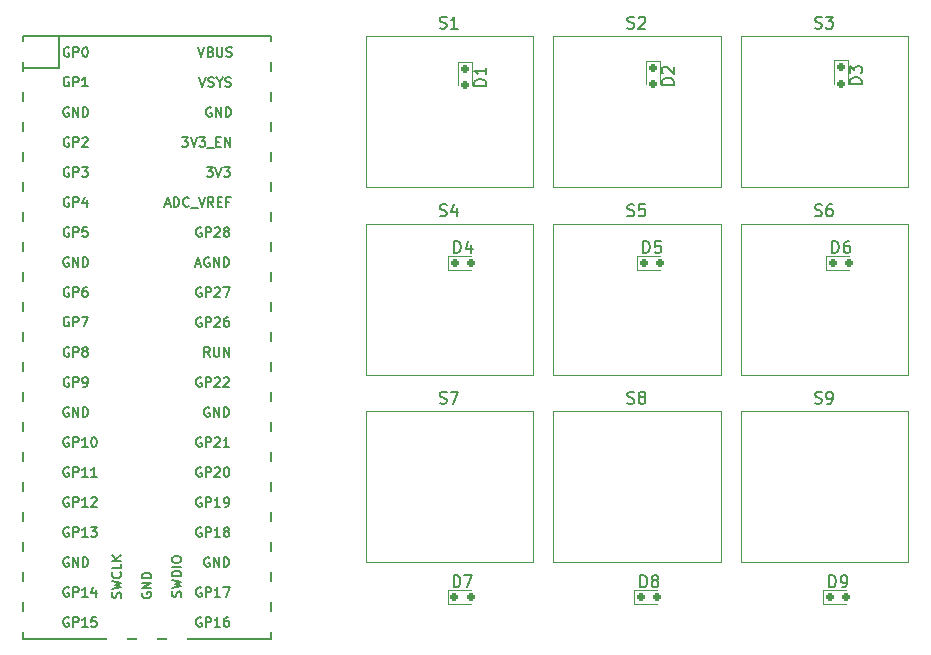
<source format=gbr>
%TF.GenerationSoftware,KiCad,Pcbnew,8.0.7*%
%TF.CreationDate,2025-01-01T06:24:57-05:00*%
%TF.ProjectId,kicad_macropad,6b696361-645f-46d6-9163-726f7061642e,rev?*%
%TF.SameCoordinates,Original*%
%TF.FileFunction,Legend,Top*%
%TF.FilePolarity,Positive*%
%FSLAX46Y46*%
G04 Gerber Fmt 4.6, Leading zero omitted, Abs format (unit mm)*
G04 Created by KiCad (PCBNEW 8.0.7) date 2025-01-01 06:24:57*
%MOMM*%
%LPD*%
G01*
G04 APERTURE LIST*
G04 Aperture macros list*
%AMRoundRect*
0 Rectangle with rounded corners*
0 $1 Rounding radius*
0 $2 $3 $4 $5 $6 $7 $8 $9 X,Y pos of 4 corners*
0 Add a 4 corners polygon primitive as box body*
4,1,4,$2,$3,$4,$5,$6,$7,$8,$9,$2,$3,0*
0 Add four circle primitives for the rounded corners*
1,1,$1+$1,$2,$3*
1,1,$1+$1,$4,$5*
1,1,$1+$1,$6,$7*
1,1,$1+$1,$8,$9*
0 Add four rect primitives between the rounded corners*
20,1,$1+$1,$2,$3,$4,$5,0*
20,1,$1+$1,$4,$5,$6,$7,0*
20,1,$1+$1,$6,$7,$8,$9,0*
20,1,$1+$1,$8,$9,$2,$3,0*%
G04 Aperture macros list end*
%ADD10C,0.150000*%
%ADD11C,0.100000*%
%ADD12C,0.120000*%
%ADD13C,1.050000*%
%ADD14C,1.200000*%
%ADD15R,0.700000X3.400000*%
%ADD16R,1.600000X3.800000*%
%ADD17R,1.600000X3.000000*%
%ADD18R,1.600000X1.800000*%
%ADD19R,1.600000X2.600000*%
%ADD20RoundRect,0.150000X0.200000X-0.150000X0.200000X0.150000X-0.200000X0.150000X-0.200000X-0.150000X0*%
%ADD21RoundRect,0.150000X0.150000X0.200000X-0.150000X0.200000X-0.150000X-0.200000X0.150000X-0.200000X0*%
%ADD22O,1.700000X1.700000*%
%ADD23R,3.500000X1.700000*%
%ADD24R,1.700000X1.700000*%
%ADD25R,1.700000X3.500000*%
G04 APERTURE END LIST*
D10*
X146648095Y-123882200D02*
X146790952Y-123929819D01*
X146790952Y-123929819D02*
X147029047Y-123929819D01*
X147029047Y-123929819D02*
X147124285Y-123882200D01*
X147124285Y-123882200D02*
X147171904Y-123834580D01*
X147171904Y-123834580D02*
X147219523Y-123739342D01*
X147219523Y-123739342D02*
X147219523Y-123644104D01*
X147219523Y-123644104D02*
X147171904Y-123548866D01*
X147171904Y-123548866D02*
X147124285Y-123501247D01*
X147124285Y-123501247D02*
X147029047Y-123453628D01*
X147029047Y-123453628D02*
X146838571Y-123406009D01*
X146838571Y-123406009D02*
X146743333Y-123358390D01*
X146743333Y-123358390D02*
X146695714Y-123310771D01*
X146695714Y-123310771D02*
X146648095Y-123215533D01*
X146648095Y-123215533D02*
X146648095Y-123120295D01*
X146648095Y-123120295D02*
X146695714Y-123025057D01*
X146695714Y-123025057D02*
X146743333Y-122977438D01*
X146743333Y-122977438D02*
X146838571Y-122929819D01*
X146838571Y-122929819D02*
X147076666Y-122929819D01*
X147076666Y-122929819D02*
X147219523Y-122977438D01*
X147695714Y-123929819D02*
X147886190Y-123929819D01*
X147886190Y-123929819D02*
X147981428Y-123882200D01*
X147981428Y-123882200D02*
X148029047Y-123834580D01*
X148029047Y-123834580D02*
X148124285Y-123691723D01*
X148124285Y-123691723D02*
X148171904Y-123501247D01*
X148171904Y-123501247D02*
X148171904Y-123120295D01*
X148171904Y-123120295D02*
X148124285Y-123025057D01*
X148124285Y-123025057D02*
X148076666Y-122977438D01*
X148076666Y-122977438D02*
X147981428Y-122929819D01*
X147981428Y-122929819D02*
X147790952Y-122929819D01*
X147790952Y-122929819D02*
X147695714Y-122977438D01*
X147695714Y-122977438D02*
X147648095Y-123025057D01*
X147648095Y-123025057D02*
X147600476Y-123120295D01*
X147600476Y-123120295D02*
X147600476Y-123358390D01*
X147600476Y-123358390D02*
X147648095Y-123453628D01*
X147648095Y-123453628D02*
X147695714Y-123501247D01*
X147695714Y-123501247D02*
X147790952Y-123548866D01*
X147790952Y-123548866D02*
X147981428Y-123548866D01*
X147981428Y-123548866D02*
X148076666Y-123501247D01*
X148076666Y-123501247D02*
X148124285Y-123453628D01*
X148124285Y-123453628D02*
X148171904Y-123358390D01*
X130768095Y-123882200D02*
X130910952Y-123929819D01*
X130910952Y-123929819D02*
X131149047Y-123929819D01*
X131149047Y-123929819D02*
X131244285Y-123882200D01*
X131244285Y-123882200D02*
X131291904Y-123834580D01*
X131291904Y-123834580D02*
X131339523Y-123739342D01*
X131339523Y-123739342D02*
X131339523Y-123644104D01*
X131339523Y-123644104D02*
X131291904Y-123548866D01*
X131291904Y-123548866D02*
X131244285Y-123501247D01*
X131244285Y-123501247D02*
X131149047Y-123453628D01*
X131149047Y-123453628D02*
X130958571Y-123406009D01*
X130958571Y-123406009D02*
X130863333Y-123358390D01*
X130863333Y-123358390D02*
X130815714Y-123310771D01*
X130815714Y-123310771D02*
X130768095Y-123215533D01*
X130768095Y-123215533D02*
X130768095Y-123120295D01*
X130768095Y-123120295D02*
X130815714Y-123025057D01*
X130815714Y-123025057D02*
X130863333Y-122977438D01*
X130863333Y-122977438D02*
X130958571Y-122929819D01*
X130958571Y-122929819D02*
X131196666Y-122929819D01*
X131196666Y-122929819D02*
X131339523Y-122977438D01*
X131910952Y-123358390D02*
X131815714Y-123310771D01*
X131815714Y-123310771D02*
X131768095Y-123263152D01*
X131768095Y-123263152D02*
X131720476Y-123167914D01*
X131720476Y-123167914D02*
X131720476Y-123120295D01*
X131720476Y-123120295D02*
X131768095Y-123025057D01*
X131768095Y-123025057D02*
X131815714Y-122977438D01*
X131815714Y-122977438D02*
X131910952Y-122929819D01*
X131910952Y-122929819D02*
X132101428Y-122929819D01*
X132101428Y-122929819D02*
X132196666Y-122977438D01*
X132196666Y-122977438D02*
X132244285Y-123025057D01*
X132244285Y-123025057D02*
X132291904Y-123120295D01*
X132291904Y-123120295D02*
X132291904Y-123167914D01*
X132291904Y-123167914D02*
X132244285Y-123263152D01*
X132244285Y-123263152D02*
X132196666Y-123310771D01*
X132196666Y-123310771D02*
X132101428Y-123358390D01*
X132101428Y-123358390D02*
X131910952Y-123358390D01*
X131910952Y-123358390D02*
X131815714Y-123406009D01*
X131815714Y-123406009D02*
X131768095Y-123453628D01*
X131768095Y-123453628D02*
X131720476Y-123548866D01*
X131720476Y-123548866D02*
X131720476Y-123739342D01*
X131720476Y-123739342D02*
X131768095Y-123834580D01*
X131768095Y-123834580D02*
X131815714Y-123882200D01*
X131815714Y-123882200D02*
X131910952Y-123929819D01*
X131910952Y-123929819D02*
X132101428Y-123929819D01*
X132101428Y-123929819D02*
X132196666Y-123882200D01*
X132196666Y-123882200D02*
X132244285Y-123834580D01*
X132244285Y-123834580D02*
X132291904Y-123739342D01*
X132291904Y-123739342D02*
X132291904Y-123548866D01*
X132291904Y-123548866D02*
X132244285Y-123453628D01*
X132244285Y-123453628D02*
X132196666Y-123406009D01*
X132196666Y-123406009D02*
X132101428Y-123358390D01*
X118804819Y-97013094D02*
X117804819Y-97013094D01*
X117804819Y-97013094D02*
X117804819Y-96774999D01*
X117804819Y-96774999D02*
X117852438Y-96632142D01*
X117852438Y-96632142D02*
X117947676Y-96536904D01*
X117947676Y-96536904D02*
X118042914Y-96489285D01*
X118042914Y-96489285D02*
X118233390Y-96441666D01*
X118233390Y-96441666D02*
X118376247Y-96441666D01*
X118376247Y-96441666D02*
X118566723Y-96489285D01*
X118566723Y-96489285D02*
X118661961Y-96536904D01*
X118661961Y-96536904D02*
X118757200Y-96632142D01*
X118757200Y-96632142D02*
X118804819Y-96774999D01*
X118804819Y-96774999D02*
X118804819Y-97013094D01*
X118804819Y-95489285D02*
X118804819Y-96060713D01*
X118804819Y-95774999D02*
X117804819Y-95774999D01*
X117804819Y-95774999D02*
X117947676Y-95870237D01*
X117947676Y-95870237D02*
X118042914Y-95965475D01*
X118042914Y-95965475D02*
X118090533Y-96060713D01*
X114888095Y-92122200D02*
X115030952Y-92169819D01*
X115030952Y-92169819D02*
X115269047Y-92169819D01*
X115269047Y-92169819D02*
X115364285Y-92122200D01*
X115364285Y-92122200D02*
X115411904Y-92074580D01*
X115411904Y-92074580D02*
X115459523Y-91979342D01*
X115459523Y-91979342D02*
X115459523Y-91884104D01*
X115459523Y-91884104D02*
X115411904Y-91788866D01*
X115411904Y-91788866D02*
X115364285Y-91741247D01*
X115364285Y-91741247D02*
X115269047Y-91693628D01*
X115269047Y-91693628D02*
X115078571Y-91646009D01*
X115078571Y-91646009D02*
X114983333Y-91598390D01*
X114983333Y-91598390D02*
X114935714Y-91550771D01*
X114935714Y-91550771D02*
X114888095Y-91455533D01*
X114888095Y-91455533D02*
X114888095Y-91360295D01*
X114888095Y-91360295D02*
X114935714Y-91265057D01*
X114935714Y-91265057D02*
X114983333Y-91217438D01*
X114983333Y-91217438D02*
X115078571Y-91169819D01*
X115078571Y-91169819D02*
X115316666Y-91169819D01*
X115316666Y-91169819D02*
X115459523Y-91217438D01*
X116411904Y-92169819D02*
X115840476Y-92169819D01*
X116126190Y-92169819D02*
X116126190Y-91169819D01*
X116126190Y-91169819D02*
X116030952Y-91312676D01*
X116030952Y-91312676D02*
X115935714Y-91407914D01*
X115935714Y-91407914D02*
X115840476Y-91455533D01*
X116061905Y-139469819D02*
X116061905Y-138469819D01*
X116061905Y-138469819D02*
X116300000Y-138469819D01*
X116300000Y-138469819D02*
X116442857Y-138517438D01*
X116442857Y-138517438D02*
X116538095Y-138612676D01*
X116538095Y-138612676D02*
X116585714Y-138707914D01*
X116585714Y-138707914D02*
X116633333Y-138898390D01*
X116633333Y-138898390D02*
X116633333Y-139041247D01*
X116633333Y-139041247D02*
X116585714Y-139231723D01*
X116585714Y-139231723D02*
X116538095Y-139326961D01*
X116538095Y-139326961D02*
X116442857Y-139422200D01*
X116442857Y-139422200D02*
X116300000Y-139469819D01*
X116300000Y-139469819D02*
X116061905Y-139469819D01*
X116966667Y-138469819D02*
X117633333Y-138469819D01*
X117633333Y-138469819D02*
X117204762Y-139469819D01*
X146648095Y-108002200D02*
X146790952Y-108049819D01*
X146790952Y-108049819D02*
X147029047Y-108049819D01*
X147029047Y-108049819D02*
X147124285Y-108002200D01*
X147124285Y-108002200D02*
X147171904Y-107954580D01*
X147171904Y-107954580D02*
X147219523Y-107859342D01*
X147219523Y-107859342D02*
X147219523Y-107764104D01*
X147219523Y-107764104D02*
X147171904Y-107668866D01*
X147171904Y-107668866D02*
X147124285Y-107621247D01*
X147124285Y-107621247D02*
X147029047Y-107573628D01*
X147029047Y-107573628D02*
X146838571Y-107526009D01*
X146838571Y-107526009D02*
X146743333Y-107478390D01*
X146743333Y-107478390D02*
X146695714Y-107430771D01*
X146695714Y-107430771D02*
X146648095Y-107335533D01*
X146648095Y-107335533D02*
X146648095Y-107240295D01*
X146648095Y-107240295D02*
X146695714Y-107145057D01*
X146695714Y-107145057D02*
X146743333Y-107097438D01*
X146743333Y-107097438D02*
X146838571Y-107049819D01*
X146838571Y-107049819D02*
X147076666Y-107049819D01*
X147076666Y-107049819D02*
X147219523Y-107097438D01*
X148076666Y-107049819D02*
X147886190Y-107049819D01*
X147886190Y-107049819D02*
X147790952Y-107097438D01*
X147790952Y-107097438D02*
X147743333Y-107145057D01*
X147743333Y-107145057D02*
X147648095Y-107287914D01*
X147648095Y-107287914D02*
X147600476Y-107478390D01*
X147600476Y-107478390D02*
X147600476Y-107859342D01*
X147600476Y-107859342D02*
X147648095Y-107954580D01*
X147648095Y-107954580D02*
X147695714Y-108002200D01*
X147695714Y-108002200D02*
X147790952Y-108049819D01*
X147790952Y-108049819D02*
X147981428Y-108049819D01*
X147981428Y-108049819D02*
X148076666Y-108002200D01*
X148076666Y-108002200D02*
X148124285Y-107954580D01*
X148124285Y-107954580D02*
X148171904Y-107859342D01*
X148171904Y-107859342D02*
X148171904Y-107621247D01*
X148171904Y-107621247D02*
X148124285Y-107526009D01*
X148124285Y-107526009D02*
X148076666Y-107478390D01*
X148076666Y-107478390D02*
X147981428Y-107430771D01*
X147981428Y-107430771D02*
X147790952Y-107430771D01*
X147790952Y-107430771D02*
X147695714Y-107478390D01*
X147695714Y-107478390D02*
X147648095Y-107526009D01*
X147648095Y-107526009D02*
X147600476Y-107621247D01*
X147861905Y-139469819D02*
X147861905Y-138469819D01*
X147861905Y-138469819D02*
X148100000Y-138469819D01*
X148100000Y-138469819D02*
X148242857Y-138517438D01*
X148242857Y-138517438D02*
X148338095Y-138612676D01*
X148338095Y-138612676D02*
X148385714Y-138707914D01*
X148385714Y-138707914D02*
X148433333Y-138898390D01*
X148433333Y-138898390D02*
X148433333Y-139041247D01*
X148433333Y-139041247D02*
X148385714Y-139231723D01*
X148385714Y-139231723D02*
X148338095Y-139326961D01*
X148338095Y-139326961D02*
X148242857Y-139422200D01*
X148242857Y-139422200D02*
X148100000Y-139469819D01*
X148100000Y-139469819D02*
X147861905Y-139469819D01*
X148909524Y-139469819D02*
X149100000Y-139469819D01*
X149100000Y-139469819D02*
X149195238Y-139422200D01*
X149195238Y-139422200D02*
X149242857Y-139374580D01*
X149242857Y-139374580D02*
X149338095Y-139231723D01*
X149338095Y-139231723D02*
X149385714Y-139041247D01*
X149385714Y-139041247D02*
X149385714Y-138660295D01*
X149385714Y-138660295D02*
X149338095Y-138565057D01*
X149338095Y-138565057D02*
X149290476Y-138517438D01*
X149290476Y-138517438D02*
X149195238Y-138469819D01*
X149195238Y-138469819D02*
X149004762Y-138469819D01*
X149004762Y-138469819D02*
X148909524Y-138517438D01*
X148909524Y-138517438D02*
X148861905Y-138565057D01*
X148861905Y-138565057D02*
X148814286Y-138660295D01*
X148814286Y-138660295D02*
X148814286Y-138898390D01*
X148814286Y-138898390D02*
X148861905Y-138993628D01*
X148861905Y-138993628D02*
X148909524Y-139041247D01*
X148909524Y-139041247D02*
X149004762Y-139088866D01*
X149004762Y-139088866D02*
X149195238Y-139088866D01*
X149195238Y-139088866D02*
X149290476Y-139041247D01*
X149290476Y-139041247D02*
X149338095Y-138993628D01*
X149338095Y-138993628D02*
X149385714Y-138898390D01*
X146648095Y-92122200D02*
X146790952Y-92169819D01*
X146790952Y-92169819D02*
X147029047Y-92169819D01*
X147029047Y-92169819D02*
X147124285Y-92122200D01*
X147124285Y-92122200D02*
X147171904Y-92074580D01*
X147171904Y-92074580D02*
X147219523Y-91979342D01*
X147219523Y-91979342D02*
X147219523Y-91884104D01*
X147219523Y-91884104D02*
X147171904Y-91788866D01*
X147171904Y-91788866D02*
X147124285Y-91741247D01*
X147124285Y-91741247D02*
X147029047Y-91693628D01*
X147029047Y-91693628D02*
X146838571Y-91646009D01*
X146838571Y-91646009D02*
X146743333Y-91598390D01*
X146743333Y-91598390D02*
X146695714Y-91550771D01*
X146695714Y-91550771D02*
X146648095Y-91455533D01*
X146648095Y-91455533D02*
X146648095Y-91360295D01*
X146648095Y-91360295D02*
X146695714Y-91265057D01*
X146695714Y-91265057D02*
X146743333Y-91217438D01*
X146743333Y-91217438D02*
X146838571Y-91169819D01*
X146838571Y-91169819D02*
X147076666Y-91169819D01*
X147076666Y-91169819D02*
X147219523Y-91217438D01*
X147552857Y-91169819D02*
X148171904Y-91169819D01*
X148171904Y-91169819D02*
X147838571Y-91550771D01*
X147838571Y-91550771D02*
X147981428Y-91550771D01*
X147981428Y-91550771D02*
X148076666Y-91598390D01*
X148076666Y-91598390D02*
X148124285Y-91646009D01*
X148124285Y-91646009D02*
X148171904Y-91741247D01*
X148171904Y-91741247D02*
X148171904Y-91979342D01*
X148171904Y-91979342D02*
X148124285Y-92074580D01*
X148124285Y-92074580D02*
X148076666Y-92122200D01*
X148076666Y-92122200D02*
X147981428Y-92169819D01*
X147981428Y-92169819D02*
X147695714Y-92169819D01*
X147695714Y-92169819D02*
X147600476Y-92122200D01*
X147600476Y-92122200D02*
X147552857Y-92074580D01*
X116111905Y-111169819D02*
X116111905Y-110169819D01*
X116111905Y-110169819D02*
X116350000Y-110169819D01*
X116350000Y-110169819D02*
X116492857Y-110217438D01*
X116492857Y-110217438D02*
X116588095Y-110312676D01*
X116588095Y-110312676D02*
X116635714Y-110407914D01*
X116635714Y-110407914D02*
X116683333Y-110598390D01*
X116683333Y-110598390D02*
X116683333Y-110741247D01*
X116683333Y-110741247D02*
X116635714Y-110931723D01*
X116635714Y-110931723D02*
X116588095Y-111026961D01*
X116588095Y-111026961D02*
X116492857Y-111122200D01*
X116492857Y-111122200D02*
X116350000Y-111169819D01*
X116350000Y-111169819D02*
X116111905Y-111169819D01*
X117540476Y-110503152D02*
X117540476Y-111169819D01*
X117302381Y-110122200D02*
X117064286Y-110836485D01*
X117064286Y-110836485D02*
X117683333Y-110836485D01*
X148111905Y-111169819D02*
X148111905Y-110169819D01*
X148111905Y-110169819D02*
X148350000Y-110169819D01*
X148350000Y-110169819D02*
X148492857Y-110217438D01*
X148492857Y-110217438D02*
X148588095Y-110312676D01*
X148588095Y-110312676D02*
X148635714Y-110407914D01*
X148635714Y-110407914D02*
X148683333Y-110598390D01*
X148683333Y-110598390D02*
X148683333Y-110741247D01*
X148683333Y-110741247D02*
X148635714Y-110931723D01*
X148635714Y-110931723D02*
X148588095Y-111026961D01*
X148588095Y-111026961D02*
X148492857Y-111122200D01*
X148492857Y-111122200D02*
X148350000Y-111169819D01*
X148350000Y-111169819D02*
X148111905Y-111169819D01*
X149540476Y-110169819D02*
X149350000Y-110169819D01*
X149350000Y-110169819D02*
X149254762Y-110217438D01*
X149254762Y-110217438D02*
X149207143Y-110265057D01*
X149207143Y-110265057D02*
X149111905Y-110407914D01*
X149111905Y-110407914D02*
X149064286Y-110598390D01*
X149064286Y-110598390D02*
X149064286Y-110979342D01*
X149064286Y-110979342D02*
X149111905Y-111074580D01*
X149111905Y-111074580D02*
X149159524Y-111122200D01*
X149159524Y-111122200D02*
X149254762Y-111169819D01*
X149254762Y-111169819D02*
X149445238Y-111169819D01*
X149445238Y-111169819D02*
X149540476Y-111122200D01*
X149540476Y-111122200D02*
X149588095Y-111074580D01*
X149588095Y-111074580D02*
X149635714Y-110979342D01*
X149635714Y-110979342D02*
X149635714Y-110741247D01*
X149635714Y-110741247D02*
X149588095Y-110646009D01*
X149588095Y-110646009D02*
X149540476Y-110598390D01*
X149540476Y-110598390D02*
X149445238Y-110550771D01*
X149445238Y-110550771D02*
X149254762Y-110550771D01*
X149254762Y-110550771D02*
X149159524Y-110598390D01*
X149159524Y-110598390D02*
X149111905Y-110646009D01*
X149111905Y-110646009D02*
X149064286Y-110741247D01*
X131861905Y-139469819D02*
X131861905Y-138469819D01*
X131861905Y-138469819D02*
X132100000Y-138469819D01*
X132100000Y-138469819D02*
X132242857Y-138517438D01*
X132242857Y-138517438D02*
X132338095Y-138612676D01*
X132338095Y-138612676D02*
X132385714Y-138707914D01*
X132385714Y-138707914D02*
X132433333Y-138898390D01*
X132433333Y-138898390D02*
X132433333Y-139041247D01*
X132433333Y-139041247D02*
X132385714Y-139231723D01*
X132385714Y-139231723D02*
X132338095Y-139326961D01*
X132338095Y-139326961D02*
X132242857Y-139422200D01*
X132242857Y-139422200D02*
X132100000Y-139469819D01*
X132100000Y-139469819D02*
X131861905Y-139469819D01*
X133004762Y-138898390D02*
X132909524Y-138850771D01*
X132909524Y-138850771D02*
X132861905Y-138803152D01*
X132861905Y-138803152D02*
X132814286Y-138707914D01*
X132814286Y-138707914D02*
X132814286Y-138660295D01*
X132814286Y-138660295D02*
X132861905Y-138565057D01*
X132861905Y-138565057D02*
X132909524Y-138517438D01*
X132909524Y-138517438D02*
X133004762Y-138469819D01*
X133004762Y-138469819D02*
X133195238Y-138469819D01*
X133195238Y-138469819D02*
X133290476Y-138517438D01*
X133290476Y-138517438D02*
X133338095Y-138565057D01*
X133338095Y-138565057D02*
X133385714Y-138660295D01*
X133385714Y-138660295D02*
X133385714Y-138707914D01*
X133385714Y-138707914D02*
X133338095Y-138803152D01*
X133338095Y-138803152D02*
X133290476Y-138850771D01*
X133290476Y-138850771D02*
X133195238Y-138898390D01*
X133195238Y-138898390D02*
X133004762Y-138898390D01*
X133004762Y-138898390D02*
X132909524Y-138946009D01*
X132909524Y-138946009D02*
X132861905Y-138993628D01*
X132861905Y-138993628D02*
X132814286Y-139088866D01*
X132814286Y-139088866D02*
X132814286Y-139279342D01*
X132814286Y-139279342D02*
X132861905Y-139374580D01*
X132861905Y-139374580D02*
X132909524Y-139422200D01*
X132909524Y-139422200D02*
X133004762Y-139469819D01*
X133004762Y-139469819D02*
X133195238Y-139469819D01*
X133195238Y-139469819D02*
X133290476Y-139422200D01*
X133290476Y-139422200D02*
X133338095Y-139374580D01*
X133338095Y-139374580D02*
X133385714Y-139279342D01*
X133385714Y-139279342D02*
X133385714Y-139088866D01*
X133385714Y-139088866D02*
X133338095Y-138993628D01*
X133338095Y-138993628D02*
X133290476Y-138946009D01*
X133290476Y-138946009D02*
X133195238Y-138898390D01*
X132111905Y-111169819D02*
X132111905Y-110169819D01*
X132111905Y-110169819D02*
X132350000Y-110169819D01*
X132350000Y-110169819D02*
X132492857Y-110217438D01*
X132492857Y-110217438D02*
X132588095Y-110312676D01*
X132588095Y-110312676D02*
X132635714Y-110407914D01*
X132635714Y-110407914D02*
X132683333Y-110598390D01*
X132683333Y-110598390D02*
X132683333Y-110741247D01*
X132683333Y-110741247D02*
X132635714Y-110931723D01*
X132635714Y-110931723D02*
X132588095Y-111026961D01*
X132588095Y-111026961D02*
X132492857Y-111122200D01*
X132492857Y-111122200D02*
X132350000Y-111169819D01*
X132350000Y-111169819D02*
X132111905Y-111169819D01*
X133588095Y-110169819D02*
X133111905Y-110169819D01*
X133111905Y-110169819D02*
X133064286Y-110646009D01*
X133064286Y-110646009D02*
X133111905Y-110598390D01*
X133111905Y-110598390D02*
X133207143Y-110550771D01*
X133207143Y-110550771D02*
X133445238Y-110550771D01*
X133445238Y-110550771D02*
X133540476Y-110598390D01*
X133540476Y-110598390D02*
X133588095Y-110646009D01*
X133588095Y-110646009D02*
X133635714Y-110741247D01*
X133635714Y-110741247D02*
X133635714Y-110979342D01*
X133635714Y-110979342D02*
X133588095Y-111074580D01*
X133588095Y-111074580D02*
X133540476Y-111122200D01*
X133540476Y-111122200D02*
X133445238Y-111169819D01*
X133445238Y-111169819D02*
X133207143Y-111169819D01*
X133207143Y-111169819D02*
X133111905Y-111122200D01*
X133111905Y-111122200D02*
X133064286Y-111074580D01*
X130768095Y-108002200D02*
X130910952Y-108049819D01*
X130910952Y-108049819D02*
X131149047Y-108049819D01*
X131149047Y-108049819D02*
X131244285Y-108002200D01*
X131244285Y-108002200D02*
X131291904Y-107954580D01*
X131291904Y-107954580D02*
X131339523Y-107859342D01*
X131339523Y-107859342D02*
X131339523Y-107764104D01*
X131339523Y-107764104D02*
X131291904Y-107668866D01*
X131291904Y-107668866D02*
X131244285Y-107621247D01*
X131244285Y-107621247D02*
X131149047Y-107573628D01*
X131149047Y-107573628D02*
X130958571Y-107526009D01*
X130958571Y-107526009D02*
X130863333Y-107478390D01*
X130863333Y-107478390D02*
X130815714Y-107430771D01*
X130815714Y-107430771D02*
X130768095Y-107335533D01*
X130768095Y-107335533D02*
X130768095Y-107240295D01*
X130768095Y-107240295D02*
X130815714Y-107145057D01*
X130815714Y-107145057D02*
X130863333Y-107097438D01*
X130863333Y-107097438D02*
X130958571Y-107049819D01*
X130958571Y-107049819D02*
X131196666Y-107049819D01*
X131196666Y-107049819D02*
X131339523Y-107097438D01*
X132244285Y-107049819D02*
X131768095Y-107049819D01*
X131768095Y-107049819D02*
X131720476Y-107526009D01*
X131720476Y-107526009D02*
X131768095Y-107478390D01*
X131768095Y-107478390D02*
X131863333Y-107430771D01*
X131863333Y-107430771D02*
X132101428Y-107430771D01*
X132101428Y-107430771D02*
X132196666Y-107478390D01*
X132196666Y-107478390D02*
X132244285Y-107526009D01*
X132244285Y-107526009D02*
X132291904Y-107621247D01*
X132291904Y-107621247D02*
X132291904Y-107859342D01*
X132291904Y-107859342D02*
X132244285Y-107954580D01*
X132244285Y-107954580D02*
X132196666Y-108002200D01*
X132196666Y-108002200D02*
X132101428Y-108049819D01*
X132101428Y-108049819D02*
X131863333Y-108049819D01*
X131863333Y-108049819D02*
X131768095Y-108002200D01*
X131768095Y-108002200D02*
X131720476Y-107954580D01*
X114888095Y-108002200D02*
X115030952Y-108049819D01*
X115030952Y-108049819D02*
X115269047Y-108049819D01*
X115269047Y-108049819D02*
X115364285Y-108002200D01*
X115364285Y-108002200D02*
X115411904Y-107954580D01*
X115411904Y-107954580D02*
X115459523Y-107859342D01*
X115459523Y-107859342D02*
X115459523Y-107764104D01*
X115459523Y-107764104D02*
X115411904Y-107668866D01*
X115411904Y-107668866D02*
X115364285Y-107621247D01*
X115364285Y-107621247D02*
X115269047Y-107573628D01*
X115269047Y-107573628D02*
X115078571Y-107526009D01*
X115078571Y-107526009D02*
X114983333Y-107478390D01*
X114983333Y-107478390D02*
X114935714Y-107430771D01*
X114935714Y-107430771D02*
X114888095Y-107335533D01*
X114888095Y-107335533D02*
X114888095Y-107240295D01*
X114888095Y-107240295D02*
X114935714Y-107145057D01*
X114935714Y-107145057D02*
X114983333Y-107097438D01*
X114983333Y-107097438D02*
X115078571Y-107049819D01*
X115078571Y-107049819D02*
X115316666Y-107049819D01*
X115316666Y-107049819D02*
X115459523Y-107097438D01*
X116316666Y-107383152D02*
X116316666Y-108049819D01*
X116078571Y-107002200D02*
X115840476Y-107716485D01*
X115840476Y-107716485D02*
X116459523Y-107716485D01*
X95530476Y-98865390D02*
X95454286Y-98827295D01*
X95454286Y-98827295D02*
X95340000Y-98827295D01*
X95340000Y-98827295D02*
X95225714Y-98865390D01*
X95225714Y-98865390D02*
X95149524Y-98941580D01*
X95149524Y-98941580D02*
X95111429Y-99017771D01*
X95111429Y-99017771D02*
X95073333Y-99170152D01*
X95073333Y-99170152D02*
X95073333Y-99284438D01*
X95073333Y-99284438D02*
X95111429Y-99436819D01*
X95111429Y-99436819D02*
X95149524Y-99513009D01*
X95149524Y-99513009D02*
X95225714Y-99589200D01*
X95225714Y-99589200D02*
X95340000Y-99627295D01*
X95340000Y-99627295D02*
X95416191Y-99627295D01*
X95416191Y-99627295D02*
X95530476Y-99589200D01*
X95530476Y-99589200D02*
X95568572Y-99551104D01*
X95568572Y-99551104D02*
X95568572Y-99284438D01*
X95568572Y-99284438D02*
X95416191Y-99284438D01*
X95911429Y-99627295D02*
X95911429Y-98827295D01*
X95911429Y-98827295D02*
X96368572Y-99627295D01*
X96368572Y-99627295D02*
X96368572Y-98827295D01*
X96749524Y-99627295D02*
X96749524Y-98827295D01*
X96749524Y-98827295D02*
X96940000Y-98827295D01*
X96940000Y-98827295D02*
X97054286Y-98865390D01*
X97054286Y-98865390D02*
X97130476Y-98941580D01*
X97130476Y-98941580D02*
X97168571Y-99017771D01*
X97168571Y-99017771D02*
X97206667Y-99170152D01*
X97206667Y-99170152D02*
X97206667Y-99284438D01*
X97206667Y-99284438D02*
X97168571Y-99436819D01*
X97168571Y-99436819D02*
X97130476Y-99513009D01*
X97130476Y-99513009D02*
X97054286Y-99589200D01*
X97054286Y-99589200D02*
X96940000Y-99627295D01*
X96940000Y-99627295D02*
X96749524Y-99627295D01*
X83488571Y-114105390D02*
X83412381Y-114067295D01*
X83412381Y-114067295D02*
X83298095Y-114067295D01*
X83298095Y-114067295D02*
X83183809Y-114105390D01*
X83183809Y-114105390D02*
X83107619Y-114181580D01*
X83107619Y-114181580D02*
X83069524Y-114257771D01*
X83069524Y-114257771D02*
X83031428Y-114410152D01*
X83031428Y-114410152D02*
X83031428Y-114524438D01*
X83031428Y-114524438D02*
X83069524Y-114676819D01*
X83069524Y-114676819D02*
X83107619Y-114753009D01*
X83107619Y-114753009D02*
X83183809Y-114829200D01*
X83183809Y-114829200D02*
X83298095Y-114867295D01*
X83298095Y-114867295D02*
X83374286Y-114867295D01*
X83374286Y-114867295D02*
X83488571Y-114829200D01*
X83488571Y-114829200D02*
X83526667Y-114791104D01*
X83526667Y-114791104D02*
X83526667Y-114524438D01*
X83526667Y-114524438D02*
X83374286Y-114524438D01*
X83869524Y-114867295D02*
X83869524Y-114067295D01*
X83869524Y-114067295D02*
X84174286Y-114067295D01*
X84174286Y-114067295D02*
X84250476Y-114105390D01*
X84250476Y-114105390D02*
X84288571Y-114143485D01*
X84288571Y-114143485D02*
X84326667Y-114219676D01*
X84326667Y-114219676D02*
X84326667Y-114333961D01*
X84326667Y-114333961D02*
X84288571Y-114410152D01*
X84288571Y-114410152D02*
X84250476Y-114448247D01*
X84250476Y-114448247D02*
X84174286Y-114486342D01*
X84174286Y-114486342D02*
X83869524Y-114486342D01*
X85012381Y-114067295D02*
X84860000Y-114067295D01*
X84860000Y-114067295D02*
X84783809Y-114105390D01*
X84783809Y-114105390D02*
X84745714Y-114143485D01*
X84745714Y-114143485D02*
X84669524Y-114257771D01*
X84669524Y-114257771D02*
X84631428Y-114410152D01*
X84631428Y-114410152D02*
X84631428Y-114714914D01*
X84631428Y-114714914D02*
X84669524Y-114791104D01*
X84669524Y-114791104D02*
X84707619Y-114829200D01*
X84707619Y-114829200D02*
X84783809Y-114867295D01*
X84783809Y-114867295D02*
X84936190Y-114867295D01*
X84936190Y-114867295D02*
X85012381Y-114829200D01*
X85012381Y-114829200D02*
X85050476Y-114791104D01*
X85050476Y-114791104D02*
X85088571Y-114714914D01*
X85088571Y-114714914D02*
X85088571Y-114524438D01*
X85088571Y-114524438D02*
X85050476Y-114448247D01*
X85050476Y-114448247D02*
X85012381Y-114410152D01*
X85012381Y-114410152D02*
X84936190Y-114372057D01*
X84936190Y-114372057D02*
X84783809Y-114372057D01*
X84783809Y-114372057D02*
X84707619Y-114410152D01*
X84707619Y-114410152D02*
X84669524Y-114448247D01*
X84669524Y-114448247D02*
X84631428Y-114524438D01*
X94687618Y-121725390D02*
X94611428Y-121687295D01*
X94611428Y-121687295D02*
X94497142Y-121687295D01*
X94497142Y-121687295D02*
X94382856Y-121725390D01*
X94382856Y-121725390D02*
X94306666Y-121801580D01*
X94306666Y-121801580D02*
X94268571Y-121877771D01*
X94268571Y-121877771D02*
X94230475Y-122030152D01*
X94230475Y-122030152D02*
X94230475Y-122144438D01*
X94230475Y-122144438D02*
X94268571Y-122296819D01*
X94268571Y-122296819D02*
X94306666Y-122373009D01*
X94306666Y-122373009D02*
X94382856Y-122449200D01*
X94382856Y-122449200D02*
X94497142Y-122487295D01*
X94497142Y-122487295D02*
X94573333Y-122487295D01*
X94573333Y-122487295D02*
X94687618Y-122449200D01*
X94687618Y-122449200D02*
X94725714Y-122411104D01*
X94725714Y-122411104D02*
X94725714Y-122144438D01*
X94725714Y-122144438D02*
X94573333Y-122144438D01*
X95068571Y-122487295D02*
X95068571Y-121687295D01*
X95068571Y-121687295D02*
X95373333Y-121687295D01*
X95373333Y-121687295D02*
X95449523Y-121725390D01*
X95449523Y-121725390D02*
X95487618Y-121763485D01*
X95487618Y-121763485D02*
X95525714Y-121839676D01*
X95525714Y-121839676D02*
X95525714Y-121953961D01*
X95525714Y-121953961D02*
X95487618Y-122030152D01*
X95487618Y-122030152D02*
X95449523Y-122068247D01*
X95449523Y-122068247D02*
X95373333Y-122106342D01*
X95373333Y-122106342D02*
X95068571Y-122106342D01*
X95830475Y-121763485D02*
X95868571Y-121725390D01*
X95868571Y-121725390D02*
X95944761Y-121687295D01*
X95944761Y-121687295D02*
X96135237Y-121687295D01*
X96135237Y-121687295D02*
X96211428Y-121725390D01*
X96211428Y-121725390D02*
X96249523Y-121763485D01*
X96249523Y-121763485D02*
X96287618Y-121839676D01*
X96287618Y-121839676D02*
X96287618Y-121915866D01*
X96287618Y-121915866D02*
X96249523Y-122030152D01*
X96249523Y-122030152D02*
X95792380Y-122487295D01*
X95792380Y-122487295D02*
X96287618Y-122487295D01*
X96592380Y-121763485D02*
X96630476Y-121725390D01*
X96630476Y-121725390D02*
X96706666Y-121687295D01*
X96706666Y-121687295D02*
X96897142Y-121687295D01*
X96897142Y-121687295D02*
X96973333Y-121725390D01*
X96973333Y-121725390D02*
X97011428Y-121763485D01*
X97011428Y-121763485D02*
X97049523Y-121839676D01*
X97049523Y-121839676D02*
X97049523Y-121915866D01*
X97049523Y-121915866D02*
X97011428Y-122030152D01*
X97011428Y-122030152D02*
X96554285Y-122487295D01*
X96554285Y-122487295D02*
X97049523Y-122487295D01*
X94687618Y-109025390D02*
X94611428Y-108987295D01*
X94611428Y-108987295D02*
X94497142Y-108987295D01*
X94497142Y-108987295D02*
X94382856Y-109025390D01*
X94382856Y-109025390D02*
X94306666Y-109101580D01*
X94306666Y-109101580D02*
X94268571Y-109177771D01*
X94268571Y-109177771D02*
X94230475Y-109330152D01*
X94230475Y-109330152D02*
X94230475Y-109444438D01*
X94230475Y-109444438D02*
X94268571Y-109596819D01*
X94268571Y-109596819D02*
X94306666Y-109673009D01*
X94306666Y-109673009D02*
X94382856Y-109749200D01*
X94382856Y-109749200D02*
X94497142Y-109787295D01*
X94497142Y-109787295D02*
X94573333Y-109787295D01*
X94573333Y-109787295D02*
X94687618Y-109749200D01*
X94687618Y-109749200D02*
X94725714Y-109711104D01*
X94725714Y-109711104D02*
X94725714Y-109444438D01*
X94725714Y-109444438D02*
X94573333Y-109444438D01*
X95068571Y-109787295D02*
X95068571Y-108987295D01*
X95068571Y-108987295D02*
X95373333Y-108987295D01*
X95373333Y-108987295D02*
X95449523Y-109025390D01*
X95449523Y-109025390D02*
X95487618Y-109063485D01*
X95487618Y-109063485D02*
X95525714Y-109139676D01*
X95525714Y-109139676D02*
X95525714Y-109253961D01*
X95525714Y-109253961D02*
X95487618Y-109330152D01*
X95487618Y-109330152D02*
X95449523Y-109368247D01*
X95449523Y-109368247D02*
X95373333Y-109406342D01*
X95373333Y-109406342D02*
X95068571Y-109406342D01*
X95830475Y-109063485D02*
X95868571Y-109025390D01*
X95868571Y-109025390D02*
X95944761Y-108987295D01*
X95944761Y-108987295D02*
X96135237Y-108987295D01*
X96135237Y-108987295D02*
X96211428Y-109025390D01*
X96211428Y-109025390D02*
X96249523Y-109063485D01*
X96249523Y-109063485D02*
X96287618Y-109139676D01*
X96287618Y-109139676D02*
X96287618Y-109215866D01*
X96287618Y-109215866D02*
X96249523Y-109330152D01*
X96249523Y-109330152D02*
X95792380Y-109787295D01*
X95792380Y-109787295D02*
X96287618Y-109787295D01*
X96744761Y-109330152D02*
X96668571Y-109292057D01*
X96668571Y-109292057D02*
X96630476Y-109253961D01*
X96630476Y-109253961D02*
X96592380Y-109177771D01*
X96592380Y-109177771D02*
X96592380Y-109139676D01*
X96592380Y-109139676D02*
X96630476Y-109063485D01*
X96630476Y-109063485D02*
X96668571Y-109025390D01*
X96668571Y-109025390D02*
X96744761Y-108987295D01*
X96744761Y-108987295D02*
X96897142Y-108987295D01*
X96897142Y-108987295D02*
X96973333Y-109025390D01*
X96973333Y-109025390D02*
X97011428Y-109063485D01*
X97011428Y-109063485D02*
X97049523Y-109139676D01*
X97049523Y-109139676D02*
X97049523Y-109177771D01*
X97049523Y-109177771D02*
X97011428Y-109253961D01*
X97011428Y-109253961D02*
X96973333Y-109292057D01*
X96973333Y-109292057D02*
X96897142Y-109330152D01*
X96897142Y-109330152D02*
X96744761Y-109330152D01*
X96744761Y-109330152D02*
X96668571Y-109368247D01*
X96668571Y-109368247D02*
X96630476Y-109406342D01*
X96630476Y-109406342D02*
X96592380Y-109482533D01*
X96592380Y-109482533D02*
X96592380Y-109634914D01*
X96592380Y-109634914D02*
X96630476Y-109711104D01*
X96630476Y-109711104D02*
X96668571Y-109749200D01*
X96668571Y-109749200D02*
X96744761Y-109787295D01*
X96744761Y-109787295D02*
X96897142Y-109787295D01*
X96897142Y-109787295D02*
X96973333Y-109749200D01*
X96973333Y-109749200D02*
X97011428Y-109711104D01*
X97011428Y-109711104D02*
X97049523Y-109634914D01*
X97049523Y-109634914D02*
X97049523Y-109482533D01*
X97049523Y-109482533D02*
X97011428Y-109406342D01*
X97011428Y-109406342D02*
X96973333Y-109368247D01*
X96973333Y-109368247D02*
X96897142Y-109330152D01*
X95149523Y-103907295D02*
X95644761Y-103907295D01*
X95644761Y-103907295D02*
X95378095Y-104212057D01*
X95378095Y-104212057D02*
X95492380Y-104212057D01*
X95492380Y-104212057D02*
X95568571Y-104250152D01*
X95568571Y-104250152D02*
X95606666Y-104288247D01*
X95606666Y-104288247D02*
X95644761Y-104364438D01*
X95644761Y-104364438D02*
X95644761Y-104554914D01*
X95644761Y-104554914D02*
X95606666Y-104631104D01*
X95606666Y-104631104D02*
X95568571Y-104669200D01*
X95568571Y-104669200D02*
X95492380Y-104707295D01*
X95492380Y-104707295D02*
X95263809Y-104707295D01*
X95263809Y-104707295D02*
X95187618Y-104669200D01*
X95187618Y-104669200D02*
X95149523Y-104631104D01*
X95873333Y-103907295D02*
X96140000Y-104707295D01*
X96140000Y-104707295D02*
X96406666Y-103907295D01*
X96597142Y-103907295D02*
X97092380Y-103907295D01*
X97092380Y-103907295D02*
X96825714Y-104212057D01*
X96825714Y-104212057D02*
X96939999Y-104212057D01*
X96939999Y-104212057D02*
X97016190Y-104250152D01*
X97016190Y-104250152D02*
X97054285Y-104288247D01*
X97054285Y-104288247D02*
X97092380Y-104364438D01*
X97092380Y-104364438D02*
X97092380Y-104554914D01*
X97092380Y-104554914D02*
X97054285Y-104631104D01*
X97054285Y-104631104D02*
X97016190Y-104669200D01*
X97016190Y-104669200D02*
X96939999Y-104707295D01*
X96939999Y-104707295D02*
X96711428Y-104707295D01*
X96711428Y-104707295D02*
X96635237Y-104669200D01*
X96635237Y-104669200D02*
X96597142Y-104631104D01*
X83450476Y-98865390D02*
X83374286Y-98827295D01*
X83374286Y-98827295D02*
X83260000Y-98827295D01*
X83260000Y-98827295D02*
X83145714Y-98865390D01*
X83145714Y-98865390D02*
X83069524Y-98941580D01*
X83069524Y-98941580D02*
X83031429Y-99017771D01*
X83031429Y-99017771D02*
X82993333Y-99170152D01*
X82993333Y-99170152D02*
X82993333Y-99284438D01*
X82993333Y-99284438D02*
X83031429Y-99436819D01*
X83031429Y-99436819D02*
X83069524Y-99513009D01*
X83069524Y-99513009D02*
X83145714Y-99589200D01*
X83145714Y-99589200D02*
X83260000Y-99627295D01*
X83260000Y-99627295D02*
X83336191Y-99627295D01*
X83336191Y-99627295D02*
X83450476Y-99589200D01*
X83450476Y-99589200D02*
X83488572Y-99551104D01*
X83488572Y-99551104D02*
X83488572Y-99284438D01*
X83488572Y-99284438D02*
X83336191Y-99284438D01*
X83831429Y-99627295D02*
X83831429Y-98827295D01*
X83831429Y-98827295D02*
X84288572Y-99627295D01*
X84288572Y-99627295D02*
X84288572Y-98827295D01*
X84669524Y-99627295D02*
X84669524Y-98827295D01*
X84669524Y-98827295D02*
X84860000Y-98827295D01*
X84860000Y-98827295D02*
X84974286Y-98865390D01*
X84974286Y-98865390D02*
X85050476Y-98941580D01*
X85050476Y-98941580D02*
X85088571Y-99017771D01*
X85088571Y-99017771D02*
X85126667Y-99170152D01*
X85126667Y-99170152D02*
X85126667Y-99284438D01*
X85126667Y-99284438D02*
X85088571Y-99436819D01*
X85088571Y-99436819D02*
X85050476Y-99513009D01*
X85050476Y-99513009D02*
X84974286Y-99589200D01*
X84974286Y-99589200D02*
X84860000Y-99627295D01*
X84860000Y-99627295D02*
X84669524Y-99627295D01*
X83488571Y-101405390D02*
X83412381Y-101367295D01*
X83412381Y-101367295D02*
X83298095Y-101367295D01*
X83298095Y-101367295D02*
X83183809Y-101405390D01*
X83183809Y-101405390D02*
X83107619Y-101481580D01*
X83107619Y-101481580D02*
X83069524Y-101557771D01*
X83069524Y-101557771D02*
X83031428Y-101710152D01*
X83031428Y-101710152D02*
X83031428Y-101824438D01*
X83031428Y-101824438D02*
X83069524Y-101976819D01*
X83069524Y-101976819D02*
X83107619Y-102053009D01*
X83107619Y-102053009D02*
X83183809Y-102129200D01*
X83183809Y-102129200D02*
X83298095Y-102167295D01*
X83298095Y-102167295D02*
X83374286Y-102167295D01*
X83374286Y-102167295D02*
X83488571Y-102129200D01*
X83488571Y-102129200D02*
X83526667Y-102091104D01*
X83526667Y-102091104D02*
X83526667Y-101824438D01*
X83526667Y-101824438D02*
X83374286Y-101824438D01*
X83869524Y-102167295D02*
X83869524Y-101367295D01*
X83869524Y-101367295D02*
X84174286Y-101367295D01*
X84174286Y-101367295D02*
X84250476Y-101405390D01*
X84250476Y-101405390D02*
X84288571Y-101443485D01*
X84288571Y-101443485D02*
X84326667Y-101519676D01*
X84326667Y-101519676D02*
X84326667Y-101633961D01*
X84326667Y-101633961D02*
X84288571Y-101710152D01*
X84288571Y-101710152D02*
X84250476Y-101748247D01*
X84250476Y-101748247D02*
X84174286Y-101786342D01*
X84174286Y-101786342D02*
X83869524Y-101786342D01*
X84631428Y-101443485D02*
X84669524Y-101405390D01*
X84669524Y-101405390D02*
X84745714Y-101367295D01*
X84745714Y-101367295D02*
X84936190Y-101367295D01*
X84936190Y-101367295D02*
X85012381Y-101405390D01*
X85012381Y-101405390D02*
X85050476Y-101443485D01*
X85050476Y-101443485D02*
X85088571Y-101519676D01*
X85088571Y-101519676D02*
X85088571Y-101595866D01*
X85088571Y-101595866D02*
X85050476Y-101710152D01*
X85050476Y-101710152D02*
X84593333Y-102167295D01*
X84593333Y-102167295D02*
X85088571Y-102167295D01*
X83488571Y-119185390D02*
X83412381Y-119147295D01*
X83412381Y-119147295D02*
X83298095Y-119147295D01*
X83298095Y-119147295D02*
X83183809Y-119185390D01*
X83183809Y-119185390D02*
X83107619Y-119261580D01*
X83107619Y-119261580D02*
X83069524Y-119337771D01*
X83069524Y-119337771D02*
X83031428Y-119490152D01*
X83031428Y-119490152D02*
X83031428Y-119604438D01*
X83031428Y-119604438D02*
X83069524Y-119756819D01*
X83069524Y-119756819D02*
X83107619Y-119833009D01*
X83107619Y-119833009D02*
X83183809Y-119909200D01*
X83183809Y-119909200D02*
X83298095Y-119947295D01*
X83298095Y-119947295D02*
X83374286Y-119947295D01*
X83374286Y-119947295D02*
X83488571Y-119909200D01*
X83488571Y-119909200D02*
X83526667Y-119871104D01*
X83526667Y-119871104D02*
X83526667Y-119604438D01*
X83526667Y-119604438D02*
X83374286Y-119604438D01*
X83869524Y-119947295D02*
X83869524Y-119147295D01*
X83869524Y-119147295D02*
X84174286Y-119147295D01*
X84174286Y-119147295D02*
X84250476Y-119185390D01*
X84250476Y-119185390D02*
X84288571Y-119223485D01*
X84288571Y-119223485D02*
X84326667Y-119299676D01*
X84326667Y-119299676D02*
X84326667Y-119413961D01*
X84326667Y-119413961D02*
X84288571Y-119490152D01*
X84288571Y-119490152D02*
X84250476Y-119528247D01*
X84250476Y-119528247D02*
X84174286Y-119566342D01*
X84174286Y-119566342D02*
X83869524Y-119566342D01*
X84783809Y-119490152D02*
X84707619Y-119452057D01*
X84707619Y-119452057D02*
X84669524Y-119413961D01*
X84669524Y-119413961D02*
X84631428Y-119337771D01*
X84631428Y-119337771D02*
X84631428Y-119299676D01*
X84631428Y-119299676D02*
X84669524Y-119223485D01*
X84669524Y-119223485D02*
X84707619Y-119185390D01*
X84707619Y-119185390D02*
X84783809Y-119147295D01*
X84783809Y-119147295D02*
X84936190Y-119147295D01*
X84936190Y-119147295D02*
X85012381Y-119185390D01*
X85012381Y-119185390D02*
X85050476Y-119223485D01*
X85050476Y-119223485D02*
X85088571Y-119299676D01*
X85088571Y-119299676D02*
X85088571Y-119337771D01*
X85088571Y-119337771D02*
X85050476Y-119413961D01*
X85050476Y-119413961D02*
X85012381Y-119452057D01*
X85012381Y-119452057D02*
X84936190Y-119490152D01*
X84936190Y-119490152D02*
X84783809Y-119490152D01*
X84783809Y-119490152D02*
X84707619Y-119528247D01*
X84707619Y-119528247D02*
X84669524Y-119566342D01*
X84669524Y-119566342D02*
X84631428Y-119642533D01*
X84631428Y-119642533D02*
X84631428Y-119794914D01*
X84631428Y-119794914D02*
X84669524Y-119871104D01*
X84669524Y-119871104D02*
X84707619Y-119909200D01*
X84707619Y-119909200D02*
X84783809Y-119947295D01*
X84783809Y-119947295D02*
X84936190Y-119947295D01*
X84936190Y-119947295D02*
X85012381Y-119909200D01*
X85012381Y-119909200D02*
X85050476Y-119871104D01*
X85050476Y-119871104D02*
X85088571Y-119794914D01*
X85088571Y-119794914D02*
X85088571Y-119642533D01*
X85088571Y-119642533D02*
X85050476Y-119566342D01*
X85050476Y-119566342D02*
X85012381Y-119528247D01*
X85012381Y-119528247D02*
X84936190Y-119490152D01*
X83488571Y-121725390D02*
X83412381Y-121687295D01*
X83412381Y-121687295D02*
X83298095Y-121687295D01*
X83298095Y-121687295D02*
X83183809Y-121725390D01*
X83183809Y-121725390D02*
X83107619Y-121801580D01*
X83107619Y-121801580D02*
X83069524Y-121877771D01*
X83069524Y-121877771D02*
X83031428Y-122030152D01*
X83031428Y-122030152D02*
X83031428Y-122144438D01*
X83031428Y-122144438D02*
X83069524Y-122296819D01*
X83069524Y-122296819D02*
X83107619Y-122373009D01*
X83107619Y-122373009D02*
X83183809Y-122449200D01*
X83183809Y-122449200D02*
X83298095Y-122487295D01*
X83298095Y-122487295D02*
X83374286Y-122487295D01*
X83374286Y-122487295D02*
X83488571Y-122449200D01*
X83488571Y-122449200D02*
X83526667Y-122411104D01*
X83526667Y-122411104D02*
X83526667Y-122144438D01*
X83526667Y-122144438D02*
X83374286Y-122144438D01*
X83869524Y-122487295D02*
X83869524Y-121687295D01*
X83869524Y-121687295D02*
X84174286Y-121687295D01*
X84174286Y-121687295D02*
X84250476Y-121725390D01*
X84250476Y-121725390D02*
X84288571Y-121763485D01*
X84288571Y-121763485D02*
X84326667Y-121839676D01*
X84326667Y-121839676D02*
X84326667Y-121953961D01*
X84326667Y-121953961D02*
X84288571Y-122030152D01*
X84288571Y-122030152D02*
X84250476Y-122068247D01*
X84250476Y-122068247D02*
X84174286Y-122106342D01*
X84174286Y-122106342D02*
X83869524Y-122106342D01*
X84707619Y-122487295D02*
X84860000Y-122487295D01*
X84860000Y-122487295D02*
X84936190Y-122449200D01*
X84936190Y-122449200D02*
X84974286Y-122411104D01*
X84974286Y-122411104D02*
X85050476Y-122296819D01*
X85050476Y-122296819D02*
X85088571Y-122144438D01*
X85088571Y-122144438D02*
X85088571Y-121839676D01*
X85088571Y-121839676D02*
X85050476Y-121763485D01*
X85050476Y-121763485D02*
X85012381Y-121725390D01*
X85012381Y-121725390D02*
X84936190Y-121687295D01*
X84936190Y-121687295D02*
X84783809Y-121687295D01*
X84783809Y-121687295D02*
X84707619Y-121725390D01*
X84707619Y-121725390D02*
X84669524Y-121763485D01*
X84669524Y-121763485D02*
X84631428Y-121839676D01*
X84631428Y-121839676D02*
X84631428Y-122030152D01*
X84631428Y-122030152D02*
X84669524Y-122106342D01*
X84669524Y-122106342D02*
X84707619Y-122144438D01*
X84707619Y-122144438D02*
X84783809Y-122182533D01*
X84783809Y-122182533D02*
X84936190Y-122182533D01*
X84936190Y-122182533D02*
X85012381Y-122144438D01*
X85012381Y-122144438D02*
X85050476Y-122106342D01*
X85050476Y-122106342D02*
X85088571Y-122030152D01*
X83457618Y-142045390D02*
X83381428Y-142007295D01*
X83381428Y-142007295D02*
X83267142Y-142007295D01*
X83267142Y-142007295D02*
X83152856Y-142045390D01*
X83152856Y-142045390D02*
X83076666Y-142121580D01*
X83076666Y-142121580D02*
X83038571Y-142197771D01*
X83038571Y-142197771D02*
X83000475Y-142350152D01*
X83000475Y-142350152D02*
X83000475Y-142464438D01*
X83000475Y-142464438D02*
X83038571Y-142616819D01*
X83038571Y-142616819D02*
X83076666Y-142693009D01*
X83076666Y-142693009D02*
X83152856Y-142769200D01*
X83152856Y-142769200D02*
X83267142Y-142807295D01*
X83267142Y-142807295D02*
X83343333Y-142807295D01*
X83343333Y-142807295D02*
X83457618Y-142769200D01*
X83457618Y-142769200D02*
X83495714Y-142731104D01*
X83495714Y-142731104D02*
X83495714Y-142464438D01*
X83495714Y-142464438D02*
X83343333Y-142464438D01*
X83838571Y-142807295D02*
X83838571Y-142007295D01*
X83838571Y-142007295D02*
X84143333Y-142007295D01*
X84143333Y-142007295D02*
X84219523Y-142045390D01*
X84219523Y-142045390D02*
X84257618Y-142083485D01*
X84257618Y-142083485D02*
X84295714Y-142159676D01*
X84295714Y-142159676D02*
X84295714Y-142273961D01*
X84295714Y-142273961D02*
X84257618Y-142350152D01*
X84257618Y-142350152D02*
X84219523Y-142388247D01*
X84219523Y-142388247D02*
X84143333Y-142426342D01*
X84143333Y-142426342D02*
X83838571Y-142426342D01*
X85057618Y-142807295D02*
X84600475Y-142807295D01*
X84829047Y-142807295D02*
X84829047Y-142007295D01*
X84829047Y-142007295D02*
X84752856Y-142121580D01*
X84752856Y-142121580D02*
X84676666Y-142197771D01*
X84676666Y-142197771D02*
X84600475Y-142235866D01*
X85781428Y-142007295D02*
X85400476Y-142007295D01*
X85400476Y-142007295D02*
X85362380Y-142388247D01*
X85362380Y-142388247D02*
X85400476Y-142350152D01*
X85400476Y-142350152D02*
X85476666Y-142312057D01*
X85476666Y-142312057D02*
X85667142Y-142312057D01*
X85667142Y-142312057D02*
X85743333Y-142350152D01*
X85743333Y-142350152D02*
X85781428Y-142388247D01*
X85781428Y-142388247D02*
X85819523Y-142464438D01*
X85819523Y-142464438D02*
X85819523Y-142654914D01*
X85819523Y-142654914D02*
X85781428Y-142731104D01*
X85781428Y-142731104D02*
X85743333Y-142769200D01*
X85743333Y-142769200D02*
X85667142Y-142807295D01*
X85667142Y-142807295D02*
X85476666Y-142807295D01*
X85476666Y-142807295D02*
X85400476Y-142769200D01*
X85400476Y-142769200D02*
X85362380Y-142731104D01*
X83450476Y-111565390D02*
X83374286Y-111527295D01*
X83374286Y-111527295D02*
X83260000Y-111527295D01*
X83260000Y-111527295D02*
X83145714Y-111565390D01*
X83145714Y-111565390D02*
X83069524Y-111641580D01*
X83069524Y-111641580D02*
X83031429Y-111717771D01*
X83031429Y-111717771D02*
X82993333Y-111870152D01*
X82993333Y-111870152D02*
X82993333Y-111984438D01*
X82993333Y-111984438D02*
X83031429Y-112136819D01*
X83031429Y-112136819D02*
X83069524Y-112213009D01*
X83069524Y-112213009D02*
X83145714Y-112289200D01*
X83145714Y-112289200D02*
X83260000Y-112327295D01*
X83260000Y-112327295D02*
X83336191Y-112327295D01*
X83336191Y-112327295D02*
X83450476Y-112289200D01*
X83450476Y-112289200D02*
X83488572Y-112251104D01*
X83488572Y-112251104D02*
X83488572Y-111984438D01*
X83488572Y-111984438D02*
X83336191Y-111984438D01*
X83831429Y-112327295D02*
X83831429Y-111527295D01*
X83831429Y-111527295D02*
X84288572Y-112327295D01*
X84288572Y-112327295D02*
X84288572Y-111527295D01*
X84669524Y-112327295D02*
X84669524Y-111527295D01*
X84669524Y-111527295D02*
X84860000Y-111527295D01*
X84860000Y-111527295D02*
X84974286Y-111565390D01*
X84974286Y-111565390D02*
X85050476Y-111641580D01*
X85050476Y-111641580D02*
X85088571Y-111717771D01*
X85088571Y-111717771D02*
X85126667Y-111870152D01*
X85126667Y-111870152D02*
X85126667Y-111984438D01*
X85126667Y-111984438D02*
X85088571Y-112136819D01*
X85088571Y-112136819D02*
X85050476Y-112213009D01*
X85050476Y-112213009D02*
X84974286Y-112289200D01*
X84974286Y-112289200D02*
X84860000Y-112327295D01*
X84860000Y-112327295D02*
X84669524Y-112327295D01*
X83488571Y-116615390D02*
X83412381Y-116577295D01*
X83412381Y-116577295D02*
X83298095Y-116577295D01*
X83298095Y-116577295D02*
X83183809Y-116615390D01*
X83183809Y-116615390D02*
X83107619Y-116691580D01*
X83107619Y-116691580D02*
X83069524Y-116767771D01*
X83069524Y-116767771D02*
X83031428Y-116920152D01*
X83031428Y-116920152D02*
X83031428Y-117034438D01*
X83031428Y-117034438D02*
X83069524Y-117186819D01*
X83069524Y-117186819D02*
X83107619Y-117263009D01*
X83107619Y-117263009D02*
X83183809Y-117339200D01*
X83183809Y-117339200D02*
X83298095Y-117377295D01*
X83298095Y-117377295D02*
X83374286Y-117377295D01*
X83374286Y-117377295D02*
X83488571Y-117339200D01*
X83488571Y-117339200D02*
X83526667Y-117301104D01*
X83526667Y-117301104D02*
X83526667Y-117034438D01*
X83526667Y-117034438D02*
X83374286Y-117034438D01*
X83869524Y-117377295D02*
X83869524Y-116577295D01*
X83869524Y-116577295D02*
X84174286Y-116577295D01*
X84174286Y-116577295D02*
X84250476Y-116615390D01*
X84250476Y-116615390D02*
X84288571Y-116653485D01*
X84288571Y-116653485D02*
X84326667Y-116729676D01*
X84326667Y-116729676D02*
X84326667Y-116843961D01*
X84326667Y-116843961D02*
X84288571Y-116920152D01*
X84288571Y-116920152D02*
X84250476Y-116958247D01*
X84250476Y-116958247D02*
X84174286Y-116996342D01*
X84174286Y-116996342D02*
X83869524Y-116996342D01*
X84593333Y-116577295D02*
X85126667Y-116577295D01*
X85126667Y-116577295D02*
X84783809Y-117377295D01*
X83488571Y-109025390D02*
X83412381Y-108987295D01*
X83412381Y-108987295D02*
X83298095Y-108987295D01*
X83298095Y-108987295D02*
X83183809Y-109025390D01*
X83183809Y-109025390D02*
X83107619Y-109101580D01*
X83107619Y-109101580D02*
X83069524Y-109177771D01*
X83069524Y-109177771D02*
X83031428Y-109330152D01*
X83031428Y-109330152D02*
X83031428Y-109444438D01*
X83031428Y-109444438D02*
X83069524Y-109596819D01*
X83069524Y-109596819D02*
X83107619Y-109673009D01*
X83107619Y-109673009D02*
X83183809Y-109749200D01*
X83183809Y-109749200D02*
X83298095Y-109787295D01*
X83298095Y-109787295D02*
X83374286Y-109787295D01*
X83374286Y-109787295D02*
X83488571Y-109749200D01*
X83488571Y-109749200D02*
X83526667Y-109711104D01*
X83526667Y-109711104D02*
X83526667Y-109444438D01*
X83526667Y-109444438D02*
X83374286Y-109444438D01*
X83869524Y-109787295D02*
X83869524Y-108987295D01*
X83869524Y-108987295D02*
X84174286Y-108987295D01*
X84174286Y-108987295D02*
X84250476Y-109025390D01*
X84250476Y-109025390D02*
X84288571Y-109063485D01*
X84288571Y-109063485D02*
X84326667Y-109139676D01*
X84326667Y-109139676D02*
X84326667Y-109253961D01*
X84326667Y-109253961D02*
X84288571Y-109330152D01*
X84288571Y-109330152D02*
X84250476Y-109368247D01*
X84250476Y-109368247D02*
X84174286Y-109406342D01*
X84174286Y-109406342D02*
X83869524Y-109406342D01*
X85050476Y-108987295D02*
X84669524Y-108987295D01*
X84669524Y-108987295D02*
X84631428Y-109368247D01*
X84631428Y-109368247D02*
X84669524Y-109330152D01*
X84669524Y-109330152D02*
X84745714Y-109292057D01*
X84745714Y-109292057D02*
X84936190Y-109292057D01*
X84936190Y-109292057D02*
X85012381Y-109330152D01*
X85012381Y-109330152D02*
X85050476Y-109368247D01*
X85050476Y-109368247D02*
X85088571Y-109444438D01*
X85088571Y-109444438D02*
X85088571Y-109634914D01*
X85088571Y-109634914D02*
X85050476Y-109711104D01*
X85050476Y-109711104D02*
X85012381Y-109749200D01*
X85012381Y-109749200D02*
X84936190Y-109787295D01*
X84936190Y-109787295D02*
X84745714Y-109787295D01*
X84745714Y-109787295D02*
X84669524Y-109749200D01*
X84669524Y-109749200D02*
X84631428Y-109711104D01*
X93063809Y-101367295D02*
X93559047Y-101367295D01*
X93559047Y-101367295D02*
X93292381Y-101672057D01*
X93292381Y-101672057D02*
X93406666Y-101672057D01*
X93406666Y-101672057D02*
X93482857Y-101710152D01*
X93482857Y-101710152D02*
X93520952Y-101748247D01*
X93520952Y-101748247D02*
X93559047Y-101824438D01*
X93559047Y-101824438D02*
X93559047Y-102014914D01*
X93559047Y-102014914D02*
X93520952Y-102091104D01*
X93520952Y-102091104D02*
X93482857Y-102129200D01*
X93482857Y-102129200D02*
X93406666Y-102167295D01*
X93406666Y-102167295D02*
X93178095Y-102167295D01*
X93178095Y-102167295D02*
X93101904Y-102129200D01*
X93101904Y-102129200D02*
X93063809Y-102091104D01*
X93787619Y-101367295D02*
X94054286Y-102167295D01*
X94054286Y-102167295D02*
X94320952Y-101367295D01*
X94511428Y-101367295D02*
X95006666Y-101367295D01*
X95006666Y-101367295D02*
X94740000Y-101672057D01*
X94740000Y-101672057D02*
X94854285Y-101672057D01*
X94854285Y-101672057D02*
X94930476Y-101710152D01*
X94930476Y-101710152D02*
X94968571Y-101748247D01*
X94968571Y-101748247D02*
X95006666Y-101824438D01*
X95006666Y-101824438D02*
X95006666Y-102014914D01*
X95006666Y-102014914D02*
X94968571Y-102091104D01*
X94968571Y-102091104D02*
X94930476Y-102129200D01*
X94930476Y-102129200D02*
X94854285Y-102167295D01*
X94854285Y-102167295D02*
X94625714Y-102167295D01*
X94625714Y-102167295D02*
X94549523Y-102129200D01*
X94549523Y-102129200D02*
X94511428Y-102091104D01*
X95159048Y-102243485D02*
X95768571Y-102243485D01*
X95959048Y-101748247D02*
X96225714Y-101748247D01*
X96340000Y-102167295D02*
X95959048Y-102167295D01*
X95959048Y-102167295D02*
X95959048Y-101367295D01*
X95959048Y-101367295D02*
X96340000Y-101367295D01*
X96682858Y-102167295D02*
X96682858Y-101367295D01*
X96682858Y-101367295D02*
X97140001Y-102167295D01*
X97140001Y-102167295D02*
X97140001Y-101367295D01*
X83488571Y-93785390D02*
X83412381Y-93747295D01*
X83412381Y-93747295D02*
X83298095Y-93747295D01*
X83298095Y-93747295D02*
X83183809Y-93785390D01*
X83183809Y-93785390D02*
X83107619Y-93861580D01*
X83107619Y-93861580D02*
X83069524Y-93937771D01*
X83069524Y-93937771D02*
X83031428Y-94090152D01*
X83031428Y-94090152D02*
X83031428Y-94204438D01*
X83031428Y-94204438D02*
X83069524Y-94356819D01*
X83069524Y-94356819D02*
X83107619Y-94433009D01*
X83107619Y-94433009D02*
X83183809Y-94509200D01*
X83183809Y-94509200D02*
X83298095Y-94547295D01*
X83298095Y-94547295D02*
X83374286Y-94547295D01*
X83374286Y-94547295D02*
X83488571Y-94509200D01*
X83488571Y-94509200D02*
X83526667Y-94471104D01*
X83526667Y-94471104D02*
X83526667Y-94204438D01*
X83526667Y-94204438D02*
X83374286Y-94204438D01*
X83869524Y-94547295D02*
X83869524Y-93747295D01*
X83869524Y-93747295D02*
X84174286Y-93747295D01*
X84174286Y-93747295D02*
X84250476Y-93785390D01*
X84250476Y-93785390D02*
X84288571Y-93823485D01*
X84288571Y-93823485D02*
X84326667Y-93899676D01*
X84326667Y-93899676D02*
X84326667Y-94013961D01*
X84326667Y-94013961D02*
X84288571Y-94090152D01*
X84288571Y-94090152D02*
X84250476Y-94128247D01*
X84250476Y-94128247D02*
X84174286Y-94166342D01*
X84174286Y-94166342D02*
X83869524Y-94166342D01*
X84821905Y-93747295D02*
X84898095Y-93747295D01*
X84898095Y-93747295D02*
X84974286Y-93785390D01*
X84974286Y-93785390D02*
X85012381Y-93823485D01*
X85012381Y-93823485D02*
X85050476Y-93899676D01*
X85050476Y-93899676D02*
X85088571Y-94052057D01*
X85088571Y-94052057D02*
X85088571Y-94242533D01*
X85088571Y-94242533D02*
X85050476Y-94394914D01*
X85050476Y-94394914D02*
X85012381Y-94471104D01*
X85012381Y-94471104D02*
X84974286Y-94509200D01*
X84974286Y-94509200D02*
X84898095Y-94547295D01*
X84898095Y-94547295D02*
X84821905Y-94547295D01*
X84821905Y-94547295D02*
X84745714Y-94509200D01*
X84745714Y-94509200D02*
X84707619Y-94471104D01*
X84707619Y-94471104D02*
X84669524Y-94394914D01*
X84669524Y-94394914D02*
X84631428Y-94242533D01*
X84631428Y-94242533D02*
X84631428Y-94052057D01*
X84631428Y-94052057D02*
X84669524Y-93899676D01*
X84669524Y-93899676D02*
X84707619Y-93823485D01*
X84707619Y-93823485D02*
X84745714Y-93785390D01*
X84745714Y-93785390D02*
X84821905Y-93747295D01*
X92964200Y-140260238D02*
X93002295Y-140145952D01*
X93002295Y-140145952D02*
X93002295Y-139955476D01*
X93002295Y-139955476D02*
X92964200Y-139879285D01*
X92964200Y-139879285D02*
X92926104Y-139841190D01*
X92926104Y-139841190D02*
X92849914Y-139803095D01*
X92849914Y-139803095D02*
X92773723Y-139803095D01*
X92773723Y-139803095D02*
X92697533Y-139841190D01*
X92697533Y-139841190D02*
X92659438Y-139879285D01*
X92659438Y-139879285D02*
X92621342Y-139955476D01*
X92621342Y-139955476D02*
X92583247Y-140107857D01*
X92583247Y-140107857D02*
X92545152Y-140184047D01*
X92545152Y-140184047D02*
X92507057Y-140222142D01*
X92507057Y-140222142D02*
X92430866Y-140260238D01*
X92430866Y-140260238D02*
X92354676Y-140260238D01*
X92354676Y-140260238D02*
X92278485Y-140222142D01*
X92278485Y-140222142D02*
X92240390Y-140184047D01*
X92240390Y-140184047D02*
X92202295Y-140107857D01*
X92202295Y-140107857D02*
X92202295Y-139917380D01*
X92202295Y-139917380D02*
X92240390Y-139803095D01*
X92202295Y-139536428D02*
X93002295Y-139345952D01*
X93002295Y-139345952D02*
X92430866Y-139193571D01*
X92430866Y-139193571D02*
X93002295Y-139041190D01*
X93002295Y-139041190D02*
X92202295Y-138850714D01*
X93002295Y-138545951D02*
X92202295Y-138545951D01*
X92202295Y-138545951D02*
X92202295Y-138355475D01*
X92202295Y-138355475D02*
X92240390Y-138241189D01*
X92240390Y-138241189D02*
X92316580Y-138164999D01*
X92316580Y-138164999D02*
X92392771Y-138126904D01*
X92392771Y-138126904D02*
X92545152Y-138088808D01*
X92545152Y-138088808D02*
X92659438Y-138088808D01*
X92659438Y-138088808D02*
X92811819Y-138126904D01*
X92811819Y-138126904D02*
X92888009Y-138164999D01*
X92888009Y-138164999D02*
X92964200Y-138241189D01*
X92964200Y-138241189D02*
X93002295Y-138355475D01*
X93002295Y-138355475D02*
X93002295Y-138545951D01*
X93002295Y-137745951D02*
X92202295Y-137745951D01*
X92202295Y-137212618D02*
X92202295Y-137060237D01*
X92202295Y-137060237D02*
X92240390Y-136984047D01*
X92240390Y-136984047D02*
X92316580Y-136907856D01*
X92316580Y-136907856D02*
X92468961Y-136869761D01*
X92468961Y-136869761D02*
X92735628Y-136869761D01*
X92735628Y-136869761D02*
X92888009Y-136907856D01*
X92888009Y-136907856D02*
X92964200Y-136984047D01*
X92964200Y-136984047D02*
X93002295Y-137060237D01*
X93002295Y-137060237D02*
X93002295Y-137212618D01*
X93002295Y-137212618D02*
X92964200Y-137288809D01*
X92964200Y-137288809D02*
X92888009Y-137364999D01*
X92888009Y-137364999D02*
X92735628Y-137403095D01*
X92735628Y-137403095D02*
X92468961Y-137403095D01*
X92468961Y-137403095D02*
X92316580Y-137364999D01*
X92316580Y-137364999D02*
X92240390Y-137288809D01*
X92240390Y-137288809D02*
X92202295Y-137212618D01*
X83488571Y-103945390D02*
X83412381Y-103907295D01*
X83412381Y-103907295D02*
X83298095Y-103907295D01*
X83298095Y-103907295D02*
X83183809Y-103945390D01*
X83183809Y-103945390D02*
X83107619Y-104021580D01*
X83107619Y-104021580D02*
X83069524Y-104097771D01*
X83069524Y-104097771D02*
X83031428Y-104250152D01*
X83031428Y-104250152D02*
X83031428Y-104364438D01*
X83031428Y-104364438D02*
X83069524Y-104516819D01*
X83069524Y-104516819D02*
X83107619Y-104593009D01*
X83107619Y-104593009D02*
X83183809Y-104669200D01*
X83183809Y-104669200D02*
X83298095Y-104707295D01*
X83298095Y-104707295D02*
X83374286Y-104707295D01*
X83374286Y-104707295D02*
X83488571Y-104669200D01*
X83488571Y-104669200D02*
X83526667Y-104631104D01*
X83526667Y-104631104D02*
X83526667Y-104364438D01*
X83526667Y-104364438D02*
X83374286Y-104364438D01*
X83869524Y-104707295D02*
X83869524Y-103907295D01*
X83869524Y-103907295D02*
X84174286Y-103907295D01*
X84174286Y-103907295D02*
X84250476Y-103945390D01*
X84250476Y-103945390D02*
X84288571Y-103983485D01*
X84288571Y-103983485D02*
X84326667Y-104059676D01*
X84326667Y-104059676D02*
X84326667Y-104173961D01*
X84326667Y-104173961D02*
X84288571Y-104250152D01*
X84288571Y-104250152D02*
X84250476Y-104288247D01*
X84250476Y-104288247D02*
X84174286Y-104326342D01*
X84174286Y-104326342D02*
X83869524Y-104326342D01*
X84593333Y-103907295D02*
X85088571Y-103907295D01*
X85088571Y-103907295D02*
X84821905Y-104212057D01*
X84821905Y-104212057D02*
X84936190Y-104212057D01*
X84936190Y-104212057D02*
X85012381Y-104250152D01*
X85012381Y-104250152D02*
X85050476Y-104288247D01*
X85050476Y-104288247D02*
X85088571Y-104364438D01*
X85088571Y-104364438D02*
X85088571Y-104554914D01*
X85088571Y-104554914D02*
X85050476Y-104631104D01*
X85050476Y-104631104D02*
X85012381Y-104669200D01*
X85012381Y-104669200D02*
X84936190Y-104707295D01*
X84936190Y-104707295D02*
X84707619Y-104707295D01*
X84707619Y-104707295D02*
X84631428Y-104669200D01*
X84631428Y-104669200D02*
X84593333Y-104631104D01*
X87884200Y-140374524D02*
X87922295Y-140260238D01*
X87922295Y-140260238D02*
X87922295Y-140069762D01*
X87922295Y-140069762D02*
X87884200Y-139993571D01*
X87884200Y-139993571D02*
X87846104Y-139955476D01*
X87846104Y-139955476D02*
X87769914Y-139917381D01*
X87769914Y-139917381D02*
X87693723Y-139917381D01*
X87693723Y-139917381D02*
X87617533Y-139955476D01*
X87617533Y-139955476D02*
X87579438Y-139993571D01*
X87579438Y-139993571D02*
X87541342Y-140069762D01*
X87541342Y-140069762D02*
X87503247Y-140222143D01*
X87503247Y-140222143D02*
X87465152Y-140298333D01*
X87465152Y-140298333D02*
X87427057Y-140336428D01*
X87427057Y-140336428D02*
X87350866Y-140374524D01*
X87350866Y-140374524D02*
X87274676Y-140374524D01*
X87274676Y-140374524D02*
X87198485Y-140336428D01*
X87198485Y-140336428D02*
X87160390Y-140298333D01*
X87160390Y-140298333D02*
X87122295Y-140222143D01*
X87122295Y-140222143D02*
X87122295Y-140031666D01*
X87122295Y-140031666D02*
X87160390Y-139917381D01*
X87122295Y-139650714D02*
X87922295Y-139460238D01*
X87922295Y-139460238D02*
X87350866Y-139307857D01*
X87350866Y-139307857D02*
X87922295Y-139155476D01*
X87922295Y-139155476D02*
X87122295Y-138965000D01*
X87846104Y-138203094D02*
X87884200Y-138241190D01*
X87884200Y-138241190D02*
X87922295Y-138355475D01*
X87922295Y-138355475D02*
X87922295Y-138431666D01*
X87922295Y-138431666D02*
X87884200Y-138545952D01*
X87884200Y-138545952D02*
X87808009Y-138622142D01*
X87808009Y-138622142D02*
X87731819Y-138660237D01*
X87731819Y-138660237D02*
X87579438Y-138698333D01*
X87579438Y-138698333D02*
X87465152Y-138698333D01*
X87465152Y-138698333D02*
X87312771Y-138660237D01*
X87312771Y-138660237D02*
X87236580Y-138622142D01*
X87236580Y-138622142D02*
X87160390Y-138545952D01*
X87160390Y-138545952D02*
X87122295Y-138431666D01*
X87122295Y-138431666D02*
X87122295Y-138355475D01*
X87122295Y-138355475D02*
X87160390Y-138241190D01*
X87160390Y-138241190D02*
X87198485Y-138203094D01*
X87922295Y-137479285D02*
X87922295Y-137860237D01*
X87922295Y-137860237D02*
X87122295Y-137860237D01*
X87922295Y-137212618D02*
X87122295Y-137212618D01*
X87922295Y-136755475D02*
X87465152Y-137098333D01*
X87122295Y-136755475D02*
X87579438Y-137212618D01*
X83450476Y-136965390D02*
X83374286Y-136927295D01*
X83374286Y-136927295D02*
X83260000Y-136927295D01*
X83260000Y-136927295D02*
X83145714Y-136965390D01*
X83145714Y-136965390D02*
X83069524Y-137041580D01*
X83069524Y-137041580D02*
X83031429Y-137117771D01*
X83031429Y-137117771D02*
X82993333Y-137270152D01*
X82993333Y-137270152D02*
X82993333Y-137384438D01*
X82993333Y-137384438D02*
X83031429Y-137536819D01*
X83031429Y-137536819D02*
X83069524Y-137613009D01*
X83069524Y-137613009D02*
X83145714Y-137689200D01*
X83145714Y-137689200D02*
X83260000Y-137727295D01*
X83260000Y-137727295D02*
X83336191Y-137727295D01*
X83336191Y-137727295D02*
X83450476Y-137689200D01*
X83450476Y-137689200D02*
X83488572Y-137651104D01*
X83488572Y-137651104D02*
X83488572Y-137384438D01*
X83488572Y-137384438D02*
X83336191Y-137384438D01*
X83831429Y-137727295D02*
X83831429Y-136927295D01*
X83831429Y-136927295D02*
X84288572Y-137727295D01*
X84288572Y-137727295D02*
X84288572Y-136927295D01*
X84669524Y-137727295D02*
X84669524Y-136927295D01*
X84669524Y-136927295D02*
X84860000Y-136927295D01*
X84860000Y-136927295D02*
X84974286Y-136965390D01*
X84974286Y-136965390D02*
X85050476Y-137041580D01*
X85050476Y-137041580D02*
X85088571Y-137117771D01*
X85088571Y-137117771D02*
X85126667Y-137270152D01*
X85126667Y-137270152D02*
X85126667Y-137384438D01*
X85126667Y-137384438D02*
X85088571Y-137536819D01*
X85088571Y-137536819D02*
X85050476Y-137613009D01*
X85050476Y-137613009D02*
X84974286Y-137689200D01*
X84974286Y-137689200D02*
X84860000Y-137727295D01*
X84860000Y-137727295D02*
X84669524Y-137727295D01*
X94423333Y-93747295D02*
X94690000Y-94547295D01*
X94690000Y-94547295D02*
X94956666Y-93747295D01*
X95489999Y-94128247D02*
X95604285Y-94166342D01*
X95604285Y-94166342D02*
X95642380Y-94204438D01*
X95642380Y-94204438D02*
X95680476Y-94280628D01*
X95680476Y-94280628D02*
X95680476Y-94394914D01*
X95680476Y-94394914D02*
X95642380Y-94471104D01*
X95642380Y-94471104D02*
X95604285Y-94509200D01*
X95604285Y-94509200D02*
X95528095Y-94547295D01*
X95528095Y-94547295D02*
X95223333Y-94547295D01*
X95223333Y-94547295D02*
X95223333Y-93747295D01*
X95223333Y-93747295D02*
X95489999Y-93747295D01*
X95489999Y-93747295D02*
X95566190Y-93785390D01*
X95566190Y-93785390D02*
X95604285Y-93823485D01*
X95604285Y-93823485D02*
X95642380Y-93899676D01*
X95642380Y-93899676D02*
X95642380Y-93975866D01*
X95642380Y-93975866D02*
X95604285Y-94052057D01*
X95604285Y-94052057D02*
X95566190Y-94090152D01*
X95566190Y-94090152D02*
X95489999Y-94128247D01*
X95489999Y-94128247D02*
X95223333Y-94128247D01*
X96023333Y-93747295D02*
X96023333Y-94394914D01*
X96023333Y-94394914D02*
X96061428Y-94471104D01*
X96061428Y-94471104D02*
X96099523Y-94509200D01*
X96099523Y-94509200D02*
X96175714Y-94547295D01*
X96175714Y-94547295D02*
X96328095Y-94547295D01*
X96328095Y-94547295D02*
X96404285Y-94509200D01*
X96404285Y-94509200D02*
X96442380Y-94471104D01*
X96442380Y-94471104D02*
X96480476Y-94394914D01*
X96480476Y-94394914D02*
X96480476Y-93747295D01*
X96823332Y-94509200D02*
X96937618Y-94547295D01*
X96937618Y-94547295D02*
X97128094Y-94547295D01*
X97128094Y-94547295D02*
X97204285Y-94509200D01*
X97204285Y-94509200D02*
X97242380Y-94471104D01*
X97242380Y-94471104D02*
X97280475Y-94394914D01*
X97280475Y-94394914D02*
X97280475Y-94318723D01*
X97280475Y-94318723D02*
X97242380Y-94242533D01*
X97242380Y-94242533D02*
X97204285Y-94204438D01*
X97204285Y-94204438D02*
X97128094Y-94166342D01*
X97128094Y-94166342D02*
X96975713Y-94128247D01*
X96975713Y-94128247D02*
X96899523Y-94090152D01*
X96899523Y-94090152D02*
X96861428Y-94052057D01*
X96861428Y-94052057D02*
X96823332Y-93975866D01*
X96823332Y-93975866D02*
X96823332Y-93899676D01*
X96823332Y-93899676D02*
X96861428Y-93823485D01*
X96861428Y-93823485D02*
X96899523Y-93785390D01*
X96899523Y-93785390D02*
X96975713Y-93747295D01*
X96975713Y-93747295D02*
X97166190Y-93747295D01*
X97166190Y-93747295D02*
X97280475Y-93785390D01*
X94687618Y-129345390D02*
X94611428Y-129307295D01*
X94611428Y-129307295D02*
X94497142Y-129307295D01*
X94497142Y-129307295D02*
X94382856Y-129345390D01*
X94382856Y-129345390D02*
X94306666Y-129421580D01*
X94306666Y-129421580D02*
X94268571Y-129497771D01*
X94268571Y-129497771D02*
X94230475Y-129650152D01*
X94230475Y-129650152D02*
X94230475Y-129764438D01*
X94230475Y-129764438D02*
X94268571Y-129916819D01*
X94268571Y-129916819D02*
X94306666Y-129993009D01*
X94306666Y-129993009D02*
X94382856Y-130069200D01*
X94382856Y-130069200D02*
X94497142Y-130107295D01*
X94497142Y-130107295D02*
X94573333Y-130107295D01*
X94573333Y-130107295D02*
X94687618Y-130069200D01*
X94687618Y-130069200D02*
X94725714Y-130031104D01*
X94725714Y-130031104D02*
X94725714Y-129764438D01*
X94725714Y-129764438D02*
X94573333Y-129764438D01*
X95068571Y-130107295D02*
X95068571Y-129307295D01*
X95068571Y-129307295D02*
X95373333Y-129307295D01*
X95373333Y-129307295D02*
X95449523Y-129345390D01*
X95449523Y-129345390D02*
X95487618Y-129383485D01*
X95487618Y-129383485D02*
X95525714Y-129459676D01*
X95525714Y-129459676D02*
X95525714Y-129573961D01*
X95525714Y-129573961D02*
X95487618Y-129650152D01*
X95487618Y-129650152D02*
X95449523Y-129688247D01*
X95449523Y-129688247D02*
X95373333Y-129726342D01*
X95373333Y-129726342D02*
X95068571Y-129726342D01*
X95830475Y-129383485D02*
X95868571Y-129345390D01*
X95868571Y-129345390D02*
X95944761Y-129307295D01*
X95944761Y-129307295D02*
X96135237Y-129307295D01*
X96135237Y-129307295D02*
X96211428Y-129345390D01*
X96211428Y-129345390D02*
X96249523Y-129383485D01*
X96249523Y-129383485D02*
X96287618Y-129459676D01*
X96287618Y-129459676D02*
X96287618Y-129535866D01*
X96287618Y-129535866D02*
X96249523Y-129650152D01*
X96249523Y-129650152D02*
X95792380Y-130107295D01*
X95792380Y-130107295D02*
X96287618Y-130107295D01*
X96782857Y-129307295D02*
X96859047Y-129307295D01*
X96859047Y-129307295D02*
X96935238Y-129345390D01*
X96935238Y-129345390D02*
X96973333Y-129383485D01*
X96973333Y-129383485D02*
X97011428Y-129459676D01*
X97011428Y-129459676D02*
X97049523Y-129612057D01*
X97049523Y-129612057D02*
X97049523Y-129802533D01*
X97049523Y-129802533D02*
X97011428Y-129954914D01*
X97011428Y-129954914D02*
X96973333Y-130031104D01*
X96973333Y-130031104D02*
X96935238Y-130069200D01*
X96935238Y-130069200D02*
X96859047Y-130107295D01*
X96859047Y-130107295D02*
X96782857Y-130107295D01*
X96782857Y-130107295D02*
X96706666Y-130069200D01*
X96706666Y-130069200D02*
X96668571Y-130031104D01*
X96668571Y-130031104D02*
X96630476Y-129954914D01*
X96630476Y-129954914D02*
X96592380Y-129802533D01*
X96592380Y-129802533D02*
X96592380Y-129612057D01*
X96592380Y-129612057D02*
X96630476Y-129459676D01*
X96630476Y-129459676D02*
X96668571Y-129383485D01*
X96668571Y-129383485D02*
X96706666Y-129345390D01*
X96706666Y-129345390D02*
X96782857Y-129307295D01*
X83457618Y-131885390D02*
X83381428Y-131847295D01*
X83381428Y-131847295D02*
X83267142Y-131847295D01*
X83267142Y-131847295D02*
X83152856Y-131885390D01*
X83152856Y-131885390D02*
X83076666Y-131961580D01*
X83076666Y-131961580D02*
X83038571Y-132037771D01*
X83038571Y-132037771D02*
X83000475Y-132190152D01*
X83000475Y-132190152D02*
X83000475Y-132304438D01*
X83000475Y-132304438D02*
X83038571Y-132456819D01*
X83038571Y-132456819D02*
X83076666Y-132533009D01*
X83076666Y-132533009D02*
X83152856Y-132609200D01*
X83152856Y-132609200D02*
X83267142Y-132647295D01*
X83267142Y-132647295D02*
X83343333Y-132647295D01*
X83343333Y-132647295D02*
X83457618Y-132609200D01*
X83457618Y-132609200D02*
X83495714Y-132571104D01*
X83495714Y-132571104D02*
X83495714Y-132304438D01*
X83495714Y-132304438D02*
X83343333Y-132304438D01*
X83838571Y-132647295D02*
X83838571Y-131847295D01*
X83838571Y-131847295D02*
X84143333Y-131847295D01*
X84143333Y-131847295D02*
X84219523Y-131885390D01*
X84219523Y-131885390D02*
X84257618Y-131923485D01*
X84257618Y-131923485D02*
X84295714Y-131999676D01*
X84295714Y-131999676D02*
X84295714Y-132113961D01*
X84295714Y-132113961D02*
X84257618Y-132190152D01*
X84257618Y-132190152D02*
X84219523Y-132228247D01*
X84219523Y-132228247D02*
X84143333Y-132266342D01*
X84143333Y-132266342D02*
X83838571Y-132266342D01*
X85057618Y-132647295D02*
X84600475Y-132647295D01*
X84829047Y-132647295D02*
X84829047Y-131847295D01*
X84829047Y-131847295D02*
X84752856Y-131961580D01*
X84752856Y-131961580D02*
X84676666Y-132037771D01*
X84676666Y-132037771D02*
X84600475Y-132075866D01*
X85362380Y-131923485D02*
X85400476Y-131885390D01*
X85400476Y-131885390D02*
X85476666Y-131847295D01*
X85476666Y-131847295D02*
X85667142Y-131847295D01*
X85667142Y-131847295D02*
X85743333Y-131885390D01*
X85743333Y-131885390D02*
X85781428Y-131923485D01*
X85781428Y-131923485D02*
X85819523Y-131999676D01*
X85819523Y-131999676D02*
X85819523Y-132075866D01*
X85819523Y-132075866D02*
X85781428Y-132190152D01*
X85781428Y-132190152D02*
X85324285Y-132647295D01*
X85324285Y-132647295D02*
X85819523Y-132647295D01*
X83457618Y-139505390D02*
X83381428Y-139467295D01*
X83381428Y-139467295D02*
X83267142Y-139467295D01*
X83267142Y-139467295D02*
X83152856Y-139505390D01*
X83152856Y-139505390D02*
X83076666Y-139581580D01*
X83076666Y-139581580D02*
X83038571Y-139657771D01*
X83038571Y-139657771D02*
X83000475Y-139810152D01*
X83000475Y-139810152D02*
X83000475Y-139924438D01*
X83000475Y-139924438D02*
X83038571Y-140076819D01*
X83038571Y-140076819D02*
X83076666Y-140153009D01*
X83076666Y-140153009D02*
X83152856Y-140229200D01*
X83152856Y-140229200D02*
X83267142Y-140267295D01*
X83267142Y-140267295D02*
X83343333Y-140267295D01*
X83343333Y-140267295D02*
X83457618Y-140229200D01*
X83457618Y-140229200D02*
X83495714Y-140191104D01*
X83495714Y-140191104D02*
X83495714Y-139924438D01*
X83495714Y-139924438D02*
X83343333Y-139924438D01*
X83838571Y-140267295D02*
X83838571Y-139467295D01*
X83838571Y-139467295D02*
X84143333Y-139467295D01*
X84143333Y-139467295D02*
X84219523Y-139505390D01*
X84219523Y-139505390D02*
X84257618Y-139543485D01*
X84257618Y-139543485D02*
X84295714Y-139619676D01*
X84295714Y-139619676D02*
X84295714Y-139733961D01*
X84295714Y-139733961D02*
X84257618Y-139810152D01*
X84257618Y-139810152D02*
X84219523Y-139848247D01*
X84219523Y-139848247D02*
X84143333Y-139886342D01*
X84143333Y-139886342D02*
X83838571Y-139886342D01*
X85057618Y-140267295D02*
X84600475Y-140267295D01*
X84829047Y-140267295D02*
X84829047Y-139467295D01*
X84829047Y-139467295D02*
X84752856Y-139581580D01*
X84752856Y-139581580D02*
X84676666Y-139657771D01*
X84676666Y-139657771D02*
X84600475Y-139695866D01*
X85743333Y-139733961D02*
X85743333Y-140267295D01*
X85552857Y-139429200D02*
X85362380Y-140000628D01*
X85362380Y-140000628D02*
X85857619Y-140000628D01*
X94687618Y-142045390D02*
X94611428Y-142007295D01*
X94611428Y-142007295D02*
X94497142Y-142007295D01*
X94497142Y-142007295D02*
X94382856Y-142045390D01*
X94382856Y-142045390D02*
X94306666Y-142121580D01*
X94306666Y-142121580D02*
X94268571Y-142197771D01*
X94268571Y-142197771D02*
X94230475Y-142350152D01*
X94230475Y-142350152D02*
X94230475Y-142464438D01*
X94230475Y-142464438D02*
X94268571Y-142616819D01*
X94268571Y-142616819D02*
X94306666Y-142693009D01*
X94306666Y-142693009D02*
X94382856Y-142769200D01*
X94382856Y-142769200D02*
X94497142Y-142807295D01*
X94497142Y-142807295D02*
X94573333Y-142807295D01*
X94573333Y-142807295D02*
X94687618Y-142769200D01*
X94687618Y-142769200D02*
X94725714Y-142731104D01*
X94725714Y-142731104D02*
X94725714Y-142464438D01*
X94725714Y-142464438D02*
X94573333Y-142464438D01*
X95068571Y-142807295D02*
X95068571Y-142007295D01*
X95068571Y-142007295D02*
X95373333Y-142007295D01*
X95373333Y-142007295D02*
X95449523Y-142045390D01*
X95449523Y-142045390D02*
X95487618Y-142083485D01*
X95487618Y-142083485D02*
X95525714Y-142159676D01*
X95525714Y-142159676D02*
X95525714Y-142273961D01*
X95525714Y-142273961D02*
X95487618Y-142350152D01*
X95487618Y-142350152D02*
X95449523Y-142388247D01*
X95449523Y-142388247D02*
X95373333Y-142426342D01*
X95373333Y-142426342D02*
X95068571Y-142426342D01*
X96287618Y-142807295D02*
X95830475Y-142807295D01*
X96059047Y-142807295D02*
X96059047Y-142007295D01*
X96059047Y-142007295D02*
X95982856Y-142121580D01*
X95982856Y-142121580D02*
X95906666Y-142197771D01*
X95906666Y-142197771D02*
X95830475Y-142235866D01*
X96973333Y-142007295D02*
X96820952Y-142007295D01*
X96820952Y-142007295D02*
X96744761Y-142045390D01*
X96744761Y-142045390D02*
X96706666Y-142083485D01*
X96706666Y-142083485D02*
X96630476Y-142197771D01*
X96630476Y-142197771D02*
X96592380Y-142350152D01*
X96592380Y-142350152D02*
X96592380Y-142654914D01*
X96592380Y-142654914D02*
X96630476Y-142731104D01*
X96630476Y-142731104D02*
X96668571Y-142769200D01*
X96668571Y-142769200D02*
X96744761Y-142807295D01*
X96744761Y-142807295D02*
X96897142Y-142807295D01*
X96897142Y-142807295D02*
X96973333Y-142769200D01*
X96973333Y-142769200D02*
X97011428Y-142731104D01*
X97011428Y-142731104D02*
X97049523Y-142654914D01*
X97049523Y-142654914D02*
X97049523Y-142464438D01*
X97049523Y-142464438D02*
X97011428Y-142388247D01*
X97011428Y-142388247D02*
X96973333Y-142350152D01*
X96973333Y-142350152D02*
X96897142Y-142312057D01*
X96897142Y-142312057D02*
X96744761Y-142312057D01*
X96744761Y-142312057D02*
X96668571Y-142350152D01*
X96668571Y-142350152D02*
X96630476Y-142388247D01*
X96630476Y-142388247D02*
X96592380Y-142464438D01*
X94687618Y-131885390D02*
X94611428Y-131847295D01*
X94611428Y-131847295D02*
X94497142Y-131847295D01*
X94497142Y-131847295D02*
X94382856Y-131885390D01*
X94382856Y-131885390D02*
X94306666Y-131961580D01*
X94306666Y-131961580D02*
X94268571Y-132037771D01*
X94268571Y-132037771D02*
X94230475Y-132190152D01*
X94230475Y-132190152D02*
X94230475Y-132304438D01*
X94230475Y-132304438D02*
X94268571Y-132456819D01*
X94268571Y-132456819D02*
X94306666Y-132533009D01*
X94306666Y-132533009D02*
X94382856Y-132609200D01*
X94382856Y-132609200D02*
X94497142Y-132647295D01*
X94497142Y-132647295D02*
X94573333Y-132647295D01*
X94573333Y-132647295D02*
X94687618Y-132609200D01*
X94687618Y-132609200D02*
X94725714Y-132571104D01*
X94725714Y-132571104D02*
X94725714Y-132304438D01*
X94725714Y-132304438D02*
X94573333Y-132304438D01*
X95068571Y-132647295D02*
X95068571Y-131847295D01*
X95068571Y-131847295D02*
X95373333Y-131847295D01*
X95373333Y-131847295D02*
X95449523Y-131885390D01*
X95449523Y-131885390D02*
X95487618Y-131923485D01*
X95487618Y-131923485D02*
X95525714Y-131999676D01*
X95525714Y-131999676D02*
X95525714Y-132113961D01*
X95525714Y-132113961D02*
X95487618Y-132190152D01*
X95487618Y-132190152D02*
X95449523Y-132228247D01*
X95449523Y-132228247D02*
X95373333Y-132266342D01*
X95373333Y-132266342D02*
X95068571Y-132266342D01*
X96287618Y-132647295D02*
X95830475Y-132647295D01*
X96059047Y-132647295D02*
X96059047Y-131847295D01*
X96059047Y-131847295D02*
X95982856Y-131961580D01*
X95982856Y-131961580D02*
X95906666Y-132037771D01*
X95906666Y-132037771D02*
X95830475Y-132075866D01*
X96668571Y-132647295D02*
X96820952Y-132647295D01*
X96820952Y-132647295D02*
X96897142Y-132609200D01*
X96897142Y-132609200D02*
X96935238Y-132571104D01*
X96935238Y-132571104D02*
X97011428Y-132456819D01*
X97011428Y-132456819D02*
X97049523Y-132304438D01*
X97049523Y-132304438D02*
X97049523Y-131999676D01*
X97049523Y-131999676D02*
X97011428Y-131923485D01*
X97011428Y-131923485D02*
X96973333Y-131885390D01*
X96973333Y-131885390D02*
X96897142Y-131847295D01*
X96897142Y-131847295D02*
X96744761Y-131847295D01*
X96744761Y-131847295D02*
X96668571Y-131885390D01*
X96668571Y-131885390D02*
X96630476Y-131923485D01*
X96630476Y-131923485D02*
X96592380Y-131999676D01*
X96592380Y-131999676D02*
X96592380Y-132190152D01*
X96592380Y-132190152D02*
X96630476Y-132266342D01*
X96630476Y-132266342D02*
X96668571Y-132304438D01*
X96668571Y-132304438D02*
X96744761Y-132342533D01*
X96744761Y-132342533D02*
X96897142Y-132342533D01*
X96897142Y-132342533D02*
X96973333Y-132304438D01*
X96973333Y-132304438D02*
X97011428Y-132266342D01*
X97011428Y-132266342D02*
X97049523Y-132190152D01*
X95380476Y-124265390D02*
X95304286Y-124227295D01*
X95304286Y-124227295D02*
X95190000Y-124227295D01*
X95190000Y-124227295D02*
X95075714Y-124265390D01*
X95075714Y-124265390D02*
X94999524Y-124341580D01*
X94999524Y-124341580D02*
X94961429Y-124417771D01*
X94961429Y-124417771D02*
X94923333Y-124570152D01*
X94923333Y-124570152D02*
X94923333Y-124684438D01*
X94923333Y-124684438D02*
X94961429Y-124836819D01*
X94961429Y-124836819D02*
X94999524Y-124913009D01*
X94999524Y-124913009D02*
X95075714Y-124989200D01*
X95075714Y-124989200D02*
X95190000Y-125027295D01*
X95190000Y-125027295D02*
X95266191Y-125027295D01*
X95266191Y-125027295D02*
X95380476Y-124989200D01*
X95380476Y-124989200D02*
X95418572Y-124951104D01*
X95418572Y-124951104D02*
X95418572Y-124684438D01*
X95418572Y-124684438D02*
X95266191Y-124684438D01*
X95761429Y-125027295D02*
X95761429Y-124227295D01*
X95761429Y-124227295D02*
X96218572Y-125027295D01*
X96218572Y-125027295D02*
X96218572Y-124227295D01*
X96599524Y-125027295D02*
X96599524Y-124227295D01*
X96599524Y-124227295D02*
X96790000Y-124227295D01*
X96790000Y-124227295D02*
X96904286Y-124265390D01*
X96904286Y-124265390D02*
X96980476Y-124341580D01*
X96980476Y-124341580D02*
X97018571Y-124417771D01*
X97018571Y-124417771D02*
X97056667Y-124570152D01*
X97056667Y-124570152D02*
X97056667Y-124684438D01*
X97056667Y-124684438D02*
X97018571Y-124836819D01*
X97018571Y-124836819D02*
X96980476Y-124913009D01*
X96980476Y-124913009D02*
X96904286Y-124989200D01*
X96904286Y-124989200D02*
X96790000Y-125027295D01*
X96790000Y-125027295D02*
X96599524Y-125027295D01*
X83457618Y-134425390D02*
X83381428Y-134387295D01*
X83381428Y-134387295D02*
X83267142Y-134387295D01*
X83267142Y-134387295D02*
X83152856Y-134425390D01*
X83152856Y-134425390D02*
X83076666Y-134501580D01*
X83076666Y-134501580D02*
X83038571Y-134577771D01*
X83038571Y-134577771D02*
X83000475Y-134730152D01*
X83000475Y-134730152D02*
X83000475Y-134844438D01*
X83000475Y-134844438D02*
X83038571Y-134996819D01*
X83038571Y-134996819D02*
X83076666Y-135073009D01*
X83076666Y-135073009D02*
X83152856Y-135149200D01*
X83152856Y-135149200D02*
X83267142Y-135187295D01*
X83267142Y-135187295D02*
X83343333Y-135187295D01*
X83343333Y-135187295D02*
X83457618Y-135149200D01*
X83457618Y-135149200D02*
X83495714Y-135111104D01*
X83495714Y-135111104D02*
X83495714Y-134844438D01*
X83495714Y-134844438D02*
X83343333Y-134844438D01*
X83838571Y-135187295D02*
X83838571Y-134387295D01*
X83838571Y-134387295D02*
X84143333Y-134387295D01*
X84143333Y-134387295D02*
X84219523Y-134425390D01*
X84219523Y-134425390D02*
X84257618Y-134463485D01*
X84257618Y-134463485D02*
X84295714Y-134539676D01*
X84295714Y-134539676D02*
X84295714Y-134653961D01*
X84295714Y-134653961D02*
X84257618Y-134730152D01*
X84257618Y-134730152D02*
X84219523Y-134768247D01*
X84219523Y-134768247D02*
X84143333Y-134806342D01*
X84143333Y-134806342D02*
X83838571Y-134806342D01*
X85057618Y-135187295D02*
X84600475Y-135187295D01*
X84829047Y-135187295D02*
X84829047Y-134387295D01*
X84829047Y-134387295D02*
X84752856Y-134501580D01*
X84752856Y-134501580D02*
X84676666Y-134577771D01*
X84676666Y-134577771D02*
X84600475Y-134615866D01*
X85324285Y-134387295D02*
X85819523Y-134387295D01*
X85819523Y-134387295D02*
X85552857Y-134692057D01*
X85552857Y-134692057D02*
X85667142Y-134692057D01*
X85667142Y-134692057D02*
X85743333Y-134730152D01*
X85743333Y-134730152D02*
X85781428Y-134768247D01*
X85781428Y-134768247D02*
X85819523Y-134844438D01*
X85819523Y-134844438D02*
X85819523Y-135034914D01*
X85819523Y-135034914D02*
X85781428Y-135111104D01*
X85781428Y-135111104D02*
X85743333Y-135149200D01*
X85743333Y-135149200D02*
X85667142Y-135187295D01*
X85667142Y-135187295D02*
X85438571Y-135187295D01*
X85438571Y-135187295D02*
X85362380Y-135149200D01*
X85362380Y-135149200D02*
X85324285Y-135111104D01*
X83488571Y-106485390D02*
X83412381Y-106447295D01*
X83412381Y-106447295D02*
X83298095Y-106447295D01*
X83298095Y-106447295D02*
X83183809Y-106485390D01*
X83183809Y-106485390D02*
X83107619Y-106561580D01*
X83107619Y-106561580D02*
X83069524Y-106637771D01*
X83069524Y-106637771D02*
X83031428Y-106790152D01*
X83031428Y-106790152D02*
X83031428Y-106904438D01*
X83031428Y-106904438D02*
X83069524Y-107056819D01*
X83069524Y-107056819D02*
X83107619Y-107133009D01*
X83107619Y-107133009D02*
X83183809Y-107209200D01*
X83183809Y-107209200D02*
X83298095Y-107247295D01*
X83298095Y-107247295D02*
X83374286Y-107247295D01*
X83374286Y-107247295D02*
X83488571Y-107209200D01*
X83488571Y-107209200D02*
X83526667Y-107171104D01*
X83526667Y-107171104D02*
X83526667Y-106904438D01*
X83526667Y-106904438D02*
X83374286Y-106904438D01*
X83869524Y-107247295D02*
X83869524Y-106447295D01*
X83869524Y-106447295D02*
X84174286Y-106447295D01*
X84174286Y-106447295D02*
X84250476Y-106485390D01*
X84250476Y-106485390D02*
X84288571Y-106523485D01*
X84288571Y-106523485D02*
X84326667Y-106599676D01*
X84326667Y-106599676D02*
X84326667Y-106713961D01*
X84326667Y-106713961D02*
X84288571Y-106790152D01*
X84288571Y-106790152D02*
X84250476Y-106828247D01*
X84250476Y-106828247D02*
X84174286Y-106866342D01*
X84174286Y-106866342D02*
X83869524Y-106866342D01*
X85012381Y-106713961D02*
X85012381Y-107247295D01*
X84821905Y-106409200D02*
X84631428Y-106980628D01*
X84631428Y-106980628D02*
X85126667Y-106980628D01*
X94230476Y-112098723D02*
X94611429Y-112098723D01*
X94154286Y-112327295D02*
X94420953Y-111527295D01*
X94420953Y-111527295D02*
X94687619Y-112327295D01*
X95373333Y-111565390D02*
X95297143Y-111527295D01*
X95297143Y-111527295D02*
X95182857Y-111527295D01*
X95182857Y-111527295D02*
X95068571Y-111565390D01*
X95068571Y-111565390D02*
X94992381Y-111641580D01*
X94992381Y-111641580D02*
X94954286Y-111717771D01*
X94954286Y-111717771D02*
X94916190Y-111870152D01*
X94916190Y-111870152D02*
X94916190Y-111984438D01*
X94916190Y-111984438D02*
X94954286Y-112136819D01*
X94954286Y-112136819D02*
X94992381Y-112213009D01*
X94992381Y-112213009D02*
X95068571Y-112289200D01*
X95068571Y-112289200D02*
X95182857Y-112327295D01*
X95182857Y-112327295D02*
X95259048Y-112327295D01*
X95259048Y-112327295D02*
X95373333Y-112289200D01*
X95373333Y-112289200D02*
X95411429Y-112251104D01*
X95411429Y-112251104D02*
X95411429Y-111984438D01*
X95411429Y-111984438D02*
X95259048Y-111984438D01*
X95754286Y-112327295D02*
X95754286Y-111527295D01*
X95754286Y-111527295D02*
X96211429Y-112327295D01*
X96211429Y-112327295D02*
X96211429Y-111527295D01*
X96592381Y-112327295D02*
X96592381Y-111527295D01*
X96592381Y-111527295D02*
X96782857Y-111527295D01*
X96782857Y-111527295D02*
X96897143Y-111565390D01*
X96897143Y-111565390D02*
X96973333Y-111641580D01*
X96973333Y-111641580D02*
X97011428Y-111717771D01*
X97011428Y-111717771D02*
X97049524Y-111870152D01*
X97049524Y-111870152D02*
X97049524Y-111984438D01*
X97049524Y-111984438D02*
X97011428Y-112136819D01*
X97011428Y-112136819D02*
X96973333Y-112213009D01*
X96973333Y-112213009D02*
X96897143Y-112289200D01*
X96897143Y-112289200D02*
X96782857Y-112327295D01*
X96782857Y-112327295D02*
X96592381Y-112327295D01*
X95399524Y-119947295D02*
X95132857Y-119566342D01*
X94942381Y-119947295D02*
X94942381Y-119147295D01*
X94942381Y-119147295D02*
X95247143Y-119147295D01*
X95247143Y-119147295D02*
X95323333Y-119185390D01*
X95323333Y-119185390D02*
X95361428Y-119223485D01*
X95361428Y-119223485D02*
X95399524Y-119299676D01*
X95399524Y-119299676D02*
X95399524Y-119413961D01*
X95399524Y-119413961D02*
X95361428Y-119490152D01*
X95361428Y-119490152D02*
X95323333Y-119528247D01*
X95323333Y-119528247D02*
X95247143Y-119566342D01*
X95247143Y-119566342D02*
X94942381Y-119566342D01*
X95742381Y-119147295D02*
X95742381Y-119794914D01*
X95742381Y-119794914D02*
X95780476Y-119871104D01*
X95780476Y-119871104D02*
X95818571Y-119909200D01*
X95818571Y-119909200D02*
X95894762Y-119947295D01*
X95894762Y-119947295D02*
X96047143Y-119947295D01*
X96047143Y-119947295D02*
X96123333Y-119909200D01*
X96123333Y-119909200D02*
X96161428Y-119871104D01*
X96161428Y-119871104D02*
X96199524Y-119794914D01*
X96199524Y-119794914D02*
X96199524Y-119147295D01*
X96580476Y-119947295D02*
X96580476Y-119147295D01*
X96580476Y-119147295D02*
X97037619Y-119947295D01*
X97037619Y-119947295D02*
X97037619Y-119147295D01*
X94687618Y-114115390D02*
X94611428Y-114077295D01*
X94611428Y-114077295D02*
X94497142Y-114077295D01*
X94497142Y-114077295D02*
X94382856Y-114115390D01*
X94382856Y-114115390D02*
X94306666Y-114191580D01*
X94306666Y-114191580D02*
X94268571Y-114267771D01*
X94268571Y-114267771D02*
X94230475Y-114420152D01*
X94230475Y-114420152D02*
X94230475Y-114534438D01*
X94230475Y-114534438D02*
X94268571Y-114686819D01*
X94268571Y-114686819D02*
X94306666Y-114763009D01*
X94306666Y-114763009D02*
X94382856Y-114839200D01*
X94382856Y-114839200D02*
X94497142Y-114877295D01*
X94497142Y-114877295D02*
X94573333Y-114877295D01*
X94573333Y-114877295D02*
X94687618Y-114839200D01*
X94687618Y-114839200D02*
X94725714Y-114801104D01*
X94725714Y-114801104D02*
X94725714Y-114534438D01*
X94725714Y-114534438D02*
X94573333Y-114534438D01*
X95068571Y-114877295D02*
X95068571Y-114077295D01*
X95068571Y-114077295D02*
X95373333Y-114077295D01*
X95373333Y-114077295D02*
X95449523Y-114115390D01*
X95449523Y-114115390D02*
X95487618Y-114153485D01*
X95487618Y-114153485D02*
X95525714Y-114229676D01*
X95525714Y-114229676D02*
X95525714Y-114343961D01*
X95525714Y-114343961D02*
X95487618Y-114420152D01*
X95487618Y-114420152D02*
X95449523Y-114458247D01*
X95449523Y-114458247D02*
X95373333Y-114496342D01*
X95373333Y-114496342D02*
X95068571Y-114496342D01*
X95830475Y-114153485D02*
X95868571Y-114115390D01*
X95868571Y-114115390D02*
X95944761Y-114077295D01*
X95944761Y-114077295D02*
X96135237Y-114077295D01*
X96135237Y-114077295D02*
X96211428Y-114115390D01*
X96211428Y-114115390D02*
X96249523Y-114153485D01*
X96249523Y-114153485D02*
X96287618Y-114229676D01*
X96287618Y-114229676D02*
X96287618Y-114305866D01*
X96287618Y-114305866D02*
X96249523Y-114420152D01*
X96249523Y-114420152D02*
X95792380Y-114877295D01*
X95792380Y-114877295D02*
X96287618Y-114877295D01*
X96554285Y-114077295D02*
X97087619Y-114077295D01*
X97087619Y-114077295D02*
X96744761Y-114877295D01*
X94687618Y-126815390D02*
X94611428Y-126777295D01*
X94611428Y-126777295D02*
X94497142Y-126777295D01*
X94497142Y-126777295D02*
X94382856Y-126815390D01*
X94382856Y-126815390D02*
X94306666Y-126891580D01*
X94306666Y-126891580D02*
X94268571Y-126967771D01*
X94268571Y-126967771D02*
X94230475Y-127120152D01*
X94230475Y-127120152D02*
X94230475Y-127234438D01*
X94230475Y-127234438D02*
X94268571Y-127386819D01*
X94268571Y-127386819D02*
X94306666Y-127463009D01*
X94306666Y-127463009D02*
X94382856Y-127539200D01*
X94382856Y-127539200D02*
X94497142Y-127577295D01*
X94497142Y-127577295D02*
X94573333Y-127577295D01*
X94573333Y-127577295D02*
X94687618Y-127539200D01*
X94687618Y-127539200D02*
X94725714Y-127501104D01*
X94725714Y-127501104D02*
X94725714Y-127234438D01*
X94725714Y-127234438D02*
X94573333Y-127234438D01*
X95068571Y-127577295D02*
X95068571Y-126777295D01*
X95068571Y-126777295D02*
X95373333Y-126777295D01*
X95373333Y-126777295D02*
X95449523Y-126815390D01*
X95449523Y-126815390D02*
X95487618Y-126853485D01*
X95487618Y-126853485D02*
X95525714Y-126929676D01*
X95525714Y-126929676D02*
X95525714Y-127043961D01*
X95525714Y-127043961D02*
X95487618Y-127120152D01*
X95487618Y-127120152D02*
X95449523Y-127158247D01*
X95449523Y-127158247D02*
X95373333Y-127196342D01*
X95373333Y-127196342D02*
X95068571Y-127196342D01*
X95830475Y-126853485D02*
X95868571Y-126815390D01*
X95868571Y-126815390D02*
X95944761Y-126777295D01*
X95944761Y-126777295D02*
X96135237Y-126777295D01*
X96135237Y-126777295D02*
X96211428Y-126815390D01*
X96211428Y-126815390D02*
X96249523Y-126853485D01*
X96249523Y-126853485D02*
X96287618Y-126929676D01*
X96287618Y-126929676D02*
X96287618Y-127005866D01*
X96287618Y-127005866D02*
X96249523Y-127120152D01*
X96249523Y-127120152D02*
X95792380Y-127577295D01*
X95792380Y-127577295D02*
X96287618Y-127577295D01*
X97049523Y-127577295D02*
X96592380Y-127577295D01*
X96820952Y-127577295D02*
X96820952Y-126777295D01*
X96820952Y-126777295D02*
X96744761Y-126891580D01*
X96744761Y-126891580D02*
X96668571Y-126967771D01*
X96668571Y-126967771D02*
X96592380Y-127005866D01*
X89700390Y-139924523D02*
X89662295Y-140000713D01*
X89662295Y-140000713D02*
X89662295Y-140114999D01*
X89662295Y-140114999D02*
X89700390Y-140229285D01*
X89700390Y-140229285D02*
X89776580Y-140305475D01*
X89776580Y-140305475D02*
X89852771Y-140343570D01*
X89852771Y-140343570D02*
X90005152Y-140381666D01*
X90005152Y-140381666D02*
X90119438Y-140381666D01*
X90119438Y-140381666D02*
X90271819Y-140343570D01*
X90271819Y-140343570D02*
X90348009Y-140305475D01*
X90348009Y-140305475D02*
X90424200Y-140229285D01*
X90424200Y-140229285D02*
X90462295Y-140114999D01*
X90462295Y-140114999D02*
X90462295Y-140038808D01*
X90462295Y-140038808D02*
X90424200Y-139924523D01*
X90424200Y-139924523D02*
X90386104Y-139886427D01*
X90386104Y-139886427D02*
X90119438Y-139886427D01*
X90119438Y-139886427D02*
X90119438Y-140038808D01*
X90462295Y-139543570D02*
X89662295Y-139543570D01*
X89662295Y-139543570D02*
X90462295Y-139086427D01*
X90462295Y-139086427D02*
X89662295Y-139086427D01*
X90462295Y-138705475D02*
X89662295Y-138705475D01*
X89662295Y-138705475D02*
X89662295Y-138514999D01*
X89662295Y-138514999D02*
X89700390Y-138400713D01*
X89700390Y-138400713D02*
X89776580Y-138324523D01*
X89776580Y-138324523D02*
X89852771Y-138286428D01*
X89852771Y-138286428D02*
X90005152Y-138248332D01*
X90005152Y-138248332D02*
X90119438Y-138248332D01*
X90119438Y-138248332D02*
X90271819Y-138286428D01*
X90271819Y-138286428D02*
X90348009Y-138324523D01*
X90348009Y-138324523D02*
X90424200Y-138400713D01*
X90424200Y-138400713D02*
X90462295Y-138514999D01*
X90462295Y-138514999D02*
X90462295Y-138705475D01*
X94687618Y-134425390D02*
X94611428Y-134387295D01*
X94611428Y-134387295D02*
X94497142Y-134387295D01*
X94497142Y-134387295D02*
X94382856Y-134425390D01*
X94382856Y-134425390D02*
X94306666Y-134501580D01*
X94306666Y-134501580D02*
X94268571Y-134577771D01*
X94268571Y-134577771D02*
X94230475Y-134730152D01*
X94230475Y-134730152D02*
X94230475Y-134844438D01*
X94230475Y-134844438D02*
X94268571Y-134996819D01*
X94268571Y-134996819D02*
X94306666Y-135073009D01*
X94306666Y-135073009D02*
X94382856Y-135149200D01*
X94382856Y-135149200D02*
X94497142Y-135187295D01*
X94497142Y-135187295D02*
X94573333Y-135187295D01*
X94573333Y-135187295D02*
X94687618Y-135149200D01*
X94687618Y-135149200D02*
X94725714Y-135111104D01*
X94725714Y-135111104D02*
X94725714Y-134844438D01*
X94725714Y-134844438D02*
X94573333Y-134844438D01*
X95068571Y-135187295D02*
X95068571Y-134387295D01*
X95068571Y-134387295D02*
X95373333Y-134387295D01*
X95373333Y-134387295D02*
X95449523Y-134425390D01*
X95449523Y-134425390D02*
X95487618Y-134463485D01*
X95487618Y-134463485D02*
X95525714Y-134539676D01*
X95525714Y-134539676D02*
X95525714Y-134653961D01*
X95525714Y-134653961D02*
X95487618Y-134730152D01*
X95487618Y-134730152D02*
X95449523Y-134768247D01*
X95449523Y-134768247D02*
X95373333Y-134806342D01*
X95373333Y-134806342D02*
X95068571Y-134806342D01*
X96287618Y-135187295D02*
X95830475Y-135187295D01*
X96059047Y-135187295D02*
X96059047Y-134387295D01*
X96059047Y-134387295D02*
X95982856Y-134501580D01*
X95982856Y-134501580D02*
X95906666Y-134577771D01*
X95906666Y-134577771D02*
X95830475Y-134615866D01*
X96744761Y-134730152D02*
X96668571Y-134692057D01*
X96668571Y-134692057D02*
X96630476Y-134653961D01*
X96630476Y-134653961D02*
X96592380Y-134577771D01*
X96592380Y-134577771D02*
X96592380Y-134539676D01*
X96592380Y-134539676D02*
X96630476Y-134463485D01*
X96630476Y-134463485D02*
X96668571Y-134425390D01*
X96668571Y-134425390D02*
X96744761Y-134387295D01*
X96744761Y-134387295D02*
X96897142Y-134387295D01*
X96897142Y-134387295D02*
X96973333Y-134425390D01*
X96973333Y-134425390D02*
X97011428Y-134463485D01*
X97011428Y-134463485D02*
X97049523Y-134539676D01*
X97049523Y-134539676D02*
X97049523Y-134577771D01*
X97049523Y-134577771D02*
X97011428Y-134653961D01*
X97011428Y-134653961D02*
X96973333Y-134692057D01*
X96973333Y-134692057D02*
X96897142Y-134730152D01*
X96897142Y-134730152D02*
X96744761Y-134730152D01*
X96744761Y-134730152D02*
X96668571Y-134768247D01*
X96668571Y-134768247D02*
X96630476Y-134806342D01*
X96630476Y-134806342D02*
X96592380Y-134882533D01*
X96592380Y-134882533D02*
X96592380Y-135034914D01*
X96592380Y-135034914D02*
X96630476Y-135111104D01*
X96630476Y-135111104D02*
X96668571Y-135149200D01*
X96668571Y-135149200D02*
X96744761Y-135187295D01*
X96744761Y-135187295D02*
X96897142Y-135187295D01*
X96897142Y-135187295D02*
X96973333Y-135149200D01*
X96973333Y-135149200D02*
X97011428Y-135111104D01*
X97011428Y-135111104D02*
X97049523Y-135034914D01*
X97049523Y-135034914D02*
X97049523Y-134882533D01*
X97049523Y-134882533D02*
X97011428Y-134806342D01*
X97011428Y-134806342D02*
X96973333Y-134768247D01*
X96973333Y-134768247D02*
X96897142Y-134730152D01*
X94687618Y-116645390D02*
X94611428Y-116607295D01*
X94611428Y-116607295D02*
X94497142Y-116607295D01*
X94497142Y-116607295D02*
X94382856Y-116645390D01*
X94382856Y-116645390D02*
X94306666Y-116721580D01*
X94306666Y-116721580D02*
X94268571Y-116797771D01*
X94268571Y-116797771D02*
X94230475Y-116950152D01*
X94230475Y-116950152D02*
X94230475Y-117064438D01*
X94230475Y-117064438D02*
X94268571Y-117216819D01*
X94268571Y-117216819D02*
X94306666Y-117293009D01*
X94306666Y-117293009D02*
X94382856Y-117369200D01*
X94382856Y-117369200D02*
X94497142Y-117407295D01*
X94497142Y-117407295D02*
X94573333Y-117407295D01*
X94573333Y-117407295D02*
X94687618Y-117369200D01*
X94687618Y-117369200D02*
X94725714Y-117331104D01*
X94725714Y-117331104D02*
X94725714Y-117064438D01*
X94725714Y-117064438D02*
X94573333Y-117064438D01*
X95068571Y-117407295D02*
X95068571Y-116607295D01*
X95068571Y-116607295D02*
X95373333Y-116607295D01*
X95373333Y-116607295D02*
X95449523Y-116645390D01*
X95449523Y-116645390D02*
X95487618Y-116683485D01*
X95487618Y-116683485D02*
X95525714Y-116759676D01*
X95525714Y-116759676D02*
X95525714Y-116873961D01*
X95525714Y-116873961D02*
X95487618Y-116950152D01*
X95487618Y-116950152D02*
X95449523Y-116988247D01*
X95449523Y-116988247D02*
X95373333Y-117026342D01*
X95373333Y-117026342D02*
X95068571Y-117026342D01*
X95830475Y-116683485D02*
X95868571Y-116645390D01*
X95868571Y-116645390D02*
X95944761Y-116607295D01*
X95944761Y-116607295D02*
X96135237Y-116607295D01*
X96135237Y-116607295D02*
X96211428Y-116645390D01*
X96211428Y-116645390D02*
X96249523Y-116683485D01*
X96249523Y-116683485D02*
X96287618Y-116759676D01*
X96287618Y-116759676D02*
X96287618Y-116835866D01*
X96287618Y-116835866D02*
X96249523Y-116950152D01*
X96249523Y-116950152D02*
X95792380Y-117407295D01*
X95792380Y-117407295D02*
X96287618Y-117407295D01*
X96973333Y-116607295D02*
X96820952Y-116607295D01*
X96820952Y-116607295D02*
X96744761Y-116645390D01*
X96744761Y-116645390D02*
X96706666Y-116683485D01*
X96706666Y-116683485D02*
X96630476Y-116797771D01*
X96630476Y-116797771D02*
X96592380Y-116950152D01*
X96592380Y-116950152D02*
X96592380Y-117254914D01*
X96592380Y-117254914D02*
X96630476Y-117331104D01*
X96630476Y-117331104D02*
X96668571Y-117369200D01*
X96668571Y-117369200D02*
X96744761Y-117407295D01*
X96744761Y-117407295D02*
X96897142Y-117407295D01*
X96897142Y-117407295D02*
X96973333Y-117369200D01*
X96973333Y-117369200D02*
X97011428Y-117331104D01*
X97011428Y-117331104D02*
X97049523Y-117254914D01*
X97049523Y-117254914D02*
X97049523Y-117064438D01*
X97049523Y-117064438D02*
X97011428Y-116988247D01*
X97011428Y-116988247D02*
X96973333Y-116950152D01*
X96973333Y-116950152D02*
X96897142Y-116912057D01*
X96897142Y-116912057D02*
X96744761Y-116912057D01*
X96744761Y-116912057D02*
X96668571Y-116950152D01*
X96668571Y-116950152D02*
X96630476Y-116988247D01*
X96630476Y-116988247D02*
X96592380Y-117064438D01*
X91647142Y-107018723D02*
X92028095Y-107018723D01*
X91570952Y-107247295D02*
X91837619Y-106447295D01*
X91837619Y-106447295D02*
X92104285Y-107247295D01*
X92370952Y-107247295D02*
X92370952Y-106447295D01*
X92370952Y-106447295D02*
X92561428Y-106447295D01*
X92561428Y-106447295D02*
X92675714Y-106485390D01*
X92675714Y-106485390D02*
X92751904Y-106561580D01*
X92751904Y-106561580D02*
X92789999Y-106637771D01*
X92789999Y-106637771D02*
X92828095Y-106790152D01*
X92828095Y-106790152D02*
X92828095Y-106904438D01*
X92828095Y-106904438D02*
X92789999Y-107056819D01*
X92789999Y-107056819D02*
X92751904Y-107133009D01*
X92751904Y-107133009D02*
X92675714Y-107209200D01*
X92675714Y-107209200D02*
X92561428Y-107247295D01*
X92561428Y-107247295D02*
X92370952Y-107247295D01*
X93628095Y-107171104D02*
X93589999Y-107209200D01*
X93589999Y-107209200D02*
X93475714Y-107247295D01*
X93475714Y-107247295D02*
X93399523Y-107247295D01*
X93399523Y-107247295D02*
X93285237Y-107209200D01*
X93285237Y-107209200D02*
X93209047Y-107133009D01*
X93209047Y-107133009D02*
X93170952Y-107056819D01*
X93170952Y-107056819D02*
X93132856Y-106904438D01*
X93132856Y-106904438D02*
X93132856Y-106790152D01*
X93132856Y-106790152D02*
X93170952Y-106637771D01*
X93170952Y-106637771D02*
X93209047Y-106561580D01*
X93209047Y-106561580D02*
X93285237Y-106485390D01*
X93285237Y-106485390D02*
X93399523Y-106447295D01*
X93399523Y-106447295D02*
X93475714Y-106447295D01*
X93475714Y-106447295D02*
X93589999Y-106485390D01*
X93589999Y-106485390D02*
X93628095Y-106523485D01*
X93780476Y-107323485D02*
X94389999Y-107323485D01*
X94466190Y-106447295D02*
X94732857Y-107247295D01*
X94732857Y-107247295D02*
X94999523Y-106447295D01*
X95723333Y-107247295D02*
X95456666Y-106866342D01*
X95266190Y-107247295D02*
X95266190Y-106447295D01*
X95266190Y-106447295D02*
X95570952Y-106447295D01*
X95570952Y-106447295D02*
X95647142Y-106485390D01*
X95647142Y-106485390D02*
X95685237Y-106523485D01*
X95685237Y-106523485D02*
X95723333Y-106599676D01*
X95723333Y-106599676D02*
X95723333Y-106713961D01*
X95723333Y-106713961D02*
X95685237Y-106790152D01*
X95685237Y-106790152D02*
X95647142Y-106828247D01*
X95647142Y-106828247D02*
X95570952Y-106866342D01*
X95570952Y-106866342D02*
X95266190Y-106866342D01*
X96066190Y-106828247D02*
X96332856Y-106828247D01*
X96447142Y-107247295D02*
X96066190Y-107247295D01*
X96066190Y-107247295D02*
X96066190Y-106447295D01*
X96066190Y-106447295D02*
X96447142Y-106447295D01*
X97056666Y-106828247D02*
X96790000Y-106828247D01*
X96790000Y-107247295D02*
X96790000Y-106447295D01*
X96790000Y-106447295D02*
X97170952Y-106447295D01*
X83457618Y-126805390D02*
X83381428Y-126767295D01*
X83381428Y-126767295D02*
X83267142Y-126767295D01*
X83267142Y-126767295D02*
X83152856Y-126805390D01*
X83152856Y-126805390D02*
X83076666Y-126881580D01*
X83076666Y-126881580D02*
X83038571Y-126957771D01*
X83038571Y-126957771D02*
X83000475Y-127110152D01*
X83000475Y-127110152D02*
X83000475Y-127224438D01*
X83000475Y-127224438D02*
X83038571Y-127376819D01*
X83038571Y-127376819D02*
X83076666Y-127453009D01*
X83076666Y-127453009D02*
X83152856Y-127529200D01*
X83152856Y-127529200D02*
X83267142Y-127567295D01*
X83267142Y-127567295D02*
X83343333Y-127567295D01*
X83343333Y-127567295D02*
X83457618Y-127529200D01*
X83457618Y-127529200D02*
X83495714Y-127491104D01*
X83495714Y-127491104D02*
X83495714Y-127224438D01*
X83495714Y-127224438D02*
X83343333Y-127224438D01*
X83838571Y-127567295D02*
X83838571Y-126767295D01*
X83838571Y-126767295D02*
X84143333Y-126767295D01*
X84143333Y-126767295D02*
X84219523Y-126805390D01*
X84219523Y-126805390D02*
X84257618Y-126843485D01*
X84257618Y-126843485D02*
X84295714Y-126919676D01*
X84295714Y-126919676D02*
X84295714Y-127033961D01*
X84295714Y-127033961D02*
X84257618Y-127110152D01*
X84257618Y-127110152D02*
X84219523Y-127148247D01*
X84219523Y-127148247D02*
X84143333Y-127186342D01*
X84143333Y-127186342D02*
X83838571Y-127186342D01*
X85057618Y-127567295D02*
X84600475Y-127567295D01*
X84829047Y-127567295D02*
X84829047Y-126767295D01*
X84829047Y-126767295D02*
X84752856Y-126881580D01*
X84752856Y-126881580D02*
X84676666Y-126957771D01*
X84676666Y-126957771D02*
X84600475Y-126995866D01*
X85552857Y-126767295D02*
X85629047Y-126767295D01*
X85629047Y-126767295D02*
X85705238Y-126805390D01*
X85705238Y-126805390D02*
X85743333Y-126843485D01*
X85743333Y-126843485D02*
X85781428Y-126919676D01*
X85781428Y-126919676D02*
X85819523Y-127072057D01*
X85819523Y-127072057D02*
X85819523Y-127262533D01*
X85819523Y-127262533D02*
X85781428Y-127414914D01*
X85781428Y-127414914D02*
X85743333Y-127491104D01*
X85743333Y-127491104D02*
X85705238Y-127529200D01*
X85705238Y-127529200D02*
X85629047Y-127567295D01*
X85629047Y-127567295D02*
X85552857Y-127567295D01*
X85552857Y-127567295D02*
X85476666Y-127529200D01*
X85476666Y-127529200D02*
X85438571Y-127491104D01*
X85438571Y-127491104D02*
X85400476Y-127414914D01*
X85400476Y-127414914D02*
X85362380Y-127262533D01*
X85362380Y-127262533D02*
X85362380Y-127072057D01*
X85362380Y-127072057D02*
X85400476Y-126919676D01*
X85400476Y-126919676D02*
X85438571Y-126843485D01*
X85438571Y-126843485D02*
X85476666Y-126805390D01*
X85476666Y-126805390D02*
X85552857Y-126767295D01*
X95380476Y-136965390D02*
X95304286Y-136927295D01*
X95304286Y-136927295D02*
X95190000Y-136927295D01*
X95190000Y-136927295D02*
X95075714Y-136965390D01*
X95075714Y-136965390D02*
X94999524Y-137041580D01*
X94999524Y-137041580D02*
X94961429Y-137117771D01*
X94961429Y-137117771D02*
X94923333Y-137270152D01*
X94923333Y-137270152D02*
X94923333Y-137384438D01*
X94923333Y-137384438D02*
X94961429Y-137536819D01*
X94961429Y-137536819D02*
X94999524Y-137613009D01*
X94999524Y-137613009D02*
X95075714Y-137689200D01*
X95075714Y-137689200D02*
X95190000Y-137727295D01*
X95190000Y-137727295D02*
X95266191Y-137727295D01*
X95266191Y-137727295D02*
X95380476Y-137689200D01*
X95380476Y-137689200D02*
X95418572Y-137651104D01*
X95418572Y-137651104D02*
X95418572Y-137384438D01*
X95418572Y-137384438D02*
X95266191Y-137384438D01*
X95761429Y-137727295D02*
X95761429Y-136927295D01*
X95761429Y-136927295D02*
X96218572Y-137727295D01*
X96218572Y-137727295D02*
X96218572Y-136927295D01*
X96599524Y-137727295D02*
X96599524Y-136927295D01*
X96599524Y-136927295D02*
X96790000Y-136927295D01*
X96790000Y-136927295D02*
X96904286Y-136965390D01*
X96904286Y-136965390D02*
X96980476Y-137041580D01*
X96980476Y-137041580D02*
X97018571Y-137117771D01*
X97018571Y-137117771D02*
X97056667Y-137270152D01*
X97056667Y-137270152D02*
X97056667Y-137384438D01*
X97056667Y-137384438D02*
X97018571Y-137536819D01*
X97018571Y-137536819D02*
X96980476Y-137613009D01*
X96980476Y-137613009D02*
X96904286Y-137689200D01*
X96904286Y-137689200D02*
X96790000Y-137727295D01*
X96790000Y-137727295D02*
X96599524Y-137727295D01*
X94687618Y-139505390D02*
X94611428Y-139467295D01*
X94611428Y-139467295D02*
X94497142Y-139467295D01*
X94497142Y-139467295D02*
X94382856Y-139505390D01*
X94382856Y-139505390D02*
X94306666Y-139581580D01*
X94306666Y-139581580D02*
X94268571Y-139657771D01*
X94268571Y-139657771D02*
X94230475Y-139810152D01*
X94230475Y-139810152D02*
X94230475Y-139924438D01*
X94230475Y-139924438D02*
X94268571Y-140076819D01*
X94268571Y-140076819D02*
X94306666Y-140153009D01*
X94306666Y-140153009D02*
X94382856Y-140229200D01*
X94382856Y-140229200D02*
X94497142Y-140267295D01*
X94497142Y-140267295D02*
X94573333Y-140267295D01*
X94573333Y-140267295D02*
X94687618Y-140229200D01*
X94687618Y-140229200D02*
X94725714Y-140191104D01*
X94725714Y-140191104D02*
X94725714Y-139924438D01*
X94725714Y-139924438D02*
X94573333Y-139924438D01*
X95068571Y-140267295D02*
X95068571Y-139467295D01*
X95068571Y-139467295D02*
X95373333Y-139467295D01*
X95373333Y-139467295D02*
X95449523Y-139505390D01*
X95449523Y-139505390D02*
X95487618Y-139543485D01*
X95487618Y-139543485D02*
X95525714Y-139619676D01*
X95525714Y-139619676D02*
X95525714Y-139733961D01*
X95525714Y-139733961D02*
X95487618Y-139810152D01*
X95487618Y-139810152D02*
X95449523Y-139848247D01*
X95449523Y-139848247D02*
X95373333Y-139886342D01*
X95373333Y-139886342D02*
X95068571Y-139886342D01*
X96287618Y-140267295D02*
X95830475Y-140267295D01*
X96059047Y-140267295D02*
X96059047Y-139467295D01*
X96059047Y-139467295D02*
X95982856Y-139581580D01*
X95982856Y-139581580D02*
X95906666Y-139657771D01*
X95906666Y-139657771D02*
X95830475Y-139695866D01*
X96554285Y-139467295D02*
X97087619Y-139467295D01*
X97087619Y-139467295D02*
X96744761Y-140267295D01*
X94518571Y-96287295D02*
X94785238Y-97087295D01*
X94785238Y-97087295D02*
X95051904Y-96287295D01*
X95280475Y-97049200D02*
X95394761Y-97087295D01*
X95394761Y-97087295D02*
X95585237Y-97087295D01*
X95585237Y-97087295D02*
X95661428Y-97049200D01*
X95661428Y-97049200D02*
X95699523Y-97011104D01*
X95699523Y-97011104D02*
X95737618Y-96934914D01*
X95737618Y-96934914D02*
X95737618Y-96858723D01*
X95737618Y-96858723D02*
X95699523Y-96782533D01*
X95699523Y-96782533D02*
X95661428Y-96744438D01*
X95661428Y-96744438D02*
X95585237Y-96706342D01*
X95585237Y-96706342D02*
X95432856Y-96668247D01*
X95432856Y-96668247D02*
X95356666Y-96630152D01*
X95356666Y-96630152D02*
X95318571Y-96592057D01*
X95318571Y-96592057D02*
X95280475Y-96515866D01*
X95280475Y-96515866D02*
X95280475Y-96439676D01*
X95280475Y-96439676D02*
X95318571Y-96363485D01*
X95318571Y-96363485D02*
X95356666Y-96325390D01*
X95356666Y-96325390D02*
X95432856Y-96287295D01*
X95432856Y-96287295D02*
X95623333Y-96287295D01*
X95623333Y-96287295D02*
X95737618Y-96325390D01*
X96232857Y-96706342D02*
X96232857Y-97087295D01*
X95966190Y-96287295D02*
X96232857Y-96706342D01*
X96232857Y-96706342D02*
X96499523Y-96287295D01*
X96728094Y-97049200D02*
X96842380Y-97087295D01*
X96842380Y-97087295D02*
X97032856Y-97087295D01*
X97032856Y-97087295D02*
X97109047Y-97049200D01*
X97109047Y-97049200D02*
X97147142Y-97011104D01*
X97147142Y-97011104D02*
X97185237Y-96934914D01*
X97185237Y-96934914D02*
X97185237Y-96858723D01*
X97185237Y-96858723D02*
X97147142Y-96782533D01*
X97147142Y-96782533D02*
X97109047Y-96744438D01*
X97109047Y-96744438D02*
X97032856Y-96706342D01*
X97032856Y-96706342D02*
X96880475Y-96668247D01*
X96880475Y-96668247D02*
X96804285Y-96630152D01*
X96804285Y-96630152D02*
X96766190Y-96592057D01*
X96766190Y-96592057D02*
X96728094Y-96515866D01*
X96728094Y-96515866D02*
X96728094Y-96439676D01*
X96728094Y-96439676D02*
X96766190Y-96363485D01*
X96766190Y-96363485D02*
X96804285Y-96325390D01*
X96804285Y-96325390D02*
X96880475Y-96287295D01*
X96880475Y-96287295D02*
X97070952Y-96287295D01*
X97070952Y-96287295D02*
X97185237Y-96325390D01*
X83450476Y-124265390D02*
X83374286Y-124227295D01*
X83374286Y-124227295D02*
X83260000Y-124227295D01*
X83260000Y-124227295D02*
X83145714Y-124265390D01*
X83145714Y-124265390D02*
X83069524Y-124341580D01*
X83069524Y-124341580D02*
X83031429Y-124417771D01*
X83031429Y-124417771D02*
X82993333Y-124570152D01*
X82993333Y-124570152D02*
X82993333Y-124684438D01*
X82993333Y-124684438D02*
X83031429Y-124836819D01*
X83031429Y-124836819D02*
X83069524Y-124913009D01*
X83069524Y-124913009D02*
X83145714Y-124989200D01*
X83145714Y-124989200D02*
X83260000Y-125027295D01*
X83260000Y-125027295D02*
X83336191Y-125027295D01*
X83336191Y-125027295D02*
X83450476Y-124989200D01*
X83450476Y-124989200D02*
X83488572Y-124951104D01*
X83488572Y-124951104D02*
X83488572Y-124684438D01*
X83488572Y-124684438D02*
X83336191Y-124684438D01*
X83831429Y-125027295D02*
X83831429Y-124227295D01*
X83831429Y-124227295D02*
X84288572Y-125027295D01*
X84288572Y-125027295D02*
X84288572Y-124227295D01*
X84669524Y-125027295D02*
X84669524Y-124227295D01*
X84669524Y-124227295D02*
X84860000Y-124227295D01*
X84860000Y-124227295D02*
X84974286Y-124265390D01*
X84974286Y-124265390D02*
X85050476Y-124341580D01*
X85050476Y-124341580D02*
X85088571Y-124417771D01*
X85088571Y-124417771D02*
X85126667Y-124570152D01*
X85126667Y-124570152D02*
X85126667Y-124684438D01*
X85126667Y-124684438D02*
X85088571Y-124836819D01*
X85088571Y-124836819D02*
X85050476Y-124913009D01*
X85050476Y-124913009D02*
X84974286Y-124989200D01*
X84974286Y-124989200D02*
X84860000Y-125027295D01*
X84860000Y-125027295D02*
X84669524Y-125027295D01*
X83488571Y-96315390D02*
X83412381Y-96277295D01*
X83412381Y-96277295D02*
X83298095Y-96277295D01*
X83298095Y-96277295D02*
X83183809Y-96315390D01*
X83183809Y-96315390D02*
X83107619Y-96391580D01*
X83107619Y-96391580D02*
X83069524Y-96467771D01*
X83069524Y-96467771D02*
X83031428Y-96620152D01*
X83031428Y-96620152D02*
X83031428Y-96734438D01*
X83031428Y-96734438D02*
X83069524Y-96886819D01*
X83069524Y-96886819D02*
X83107619Y-96963009D01*
X83107619Y-96963009D02*
X83183809Y-97039200D01*
X83183809Y-97039200D02*
X83298095Y-97077295D01*
X83298095Y-97077295D02*
X83374286Y-97077295D01*
X83374286Y-97077295D02*
X83488571Y-97039200D01*
X83488571Y-97039200D02*
X83526667Y-97001104D01*
X83526667Y-97001104D02*
X83526667Y-96734438D01*
X83526667Y-96734438D02*
X83374286Y-96734438D01*
X83869524Y-97077295D02*
X83869524Y-96277295D01*
X83869524Y-96277295D02*
X84174286Y-96277295D01*
X84174286Y-96277295D02*
X84250476Y-96315390D01*
X84250476Y-96315390D02*
X84288571Y-96353485D01*
X84288571Y-96353485D02*
X84326667Y-96429676D01*
X84326667Y-96429676D02*
X84326667Y-96543961D01*
X84326667Y-96543961D02*
X84288571Y-96620152D01*
X84288571Y-96620152D02*
X84250476Y-96658247D01*
X84250476Y-96658247D02*
X84174286Y-96696342D01*
X84174286Y-96696342D02*
X83869524Y-96696342D01*
X85088571Y-97077295D02*
X84631428Y-97077295D01*
X84860000Y-97077295D02*
X84860000Y-96277295D01*
X84860000Y-96277295D02*
X84783809Y-96391580D01*
X84783809Y-96391580D02*
X84707619Y-96467771D01*
X84707619Y-96467771D02*
X84631428Y-96505866D01*
X83457618Y-129345390D02*
X83381428Y-129307295D01*
X83381428Y-129307295D02*
X83267142Y-129307295D01*
X83267142Y-129307295D02*
X83152856Y-129345390D01*
X83152856Y-129345390D02*
X83076666Y-129421580D01*
X83076666Y-129421580D02*
X83038571Y-129497771D01*
X83038571Y-129497771D02*
X83000475Y-129650152D01*
X83000475Y-129650152D02*
X83000475Y-129764438D01*
X83000475Y-129764438D02*
X83038571Y-129916819D01*
X83038571Y-129916819D02*
X83076666Y-129993009D01*
X83076666Y-129993009D02*
X83152856Y-130069200D01*
X83152856Y-130069200D02*
X83267142Y-130107295D01*
X83267142Y-130107295D02*
X83343333Y-130107295D01*
X83343333Y-130107295D02*
X83457618Y-130069200D01*
X83457618Y-130069200D02*
X83495714Y-130031104D01*
X83495714Y-130031104D02*
X83495714Y-129764438D01*
X83495714Y-129764438D02*
X83343333Y-129764438D01*
X83838571Y-130107295D02*
X83838571Y-129307295D01*
X83838571Y-129307295D02*
X84143333Y-129307295D01*
X84143333Y-129307295D02*
X84219523Y-129345390D01*
X84219523Y-129345390D02*
X84257618Y-129383485D01*
X84257618Y-129383485D02*
X84295714Y-129459676D01*
X84295714Y-129459676D02*
X84295714Y-129573961D01*
X84295714Y-129573961D02*
X84257618Y-129650152D01*
X84257618Y-129650152D02*
X84219523Y-129688247D01*
X84219523Y-129688247D02*
X84143333Y-129726342D01*
X84143333Y-129726342D02*
X83838571Y-129726342D01*
X85057618Y-130107295D02*
X84600475Y-130107295D01*
X84829047Y-130107295D02*
X84829047Y-129307295D01*
X84829047Y-129307295D02*
X84752856Y-129421580D01*
X84752856Y-129421580D02*
X84676666Y-129497771D01*
X84676666Y-129497771D02*
X84600475Y-129535866D01*
X85819523Y-130107295D02*
X85362380Y-130107295D01*
X85590952Y-130107295D02*
X85590952Y-129307295D01*
X85590952Y-129307295D02*
X85514761Y-129421580D01*
X85514761Y-129421580D02*
X85438571Y-129497771D01*
X85438571Y-129497771D02*
X85362380Y-129535866D01*
X114888095Y-123882200D02*
X115030952Y-123929819D01*
X115030952Y-123929819D02*
X115269047Y-123929819D01*
X115269047Y-123929819D02*
X115364285Y-123882200D01*
X115364285Y-123882200D02*
X115411904Y-123834580D01*
X115411904Y-123834580D02*
X115459523Y-123739342D01*
X115459523Y-123739342D02*
X115459523Y-123644104D01*
X115459523Y-123644104D02*
X115411904Y-123548866D01*
X115411904Y-123548866D02*
X115364285Y-123501247D01*
X115364285Y-123501247D02*
X115269047Y-123453628D01*
X115269047Y-123453628D02*
X115078571Y-123406009D01*
X115078571Y-123406009D02*
X114983333Y-123358390D01*
X114983333Y-123358390D02*
X114935714Y-123310771D01*
X114935714Y-123310771D02*
X114888095Y-123215533D01*
X114888095Y-123215533D02*
X114888095Y-123120295D01*
X114888095Y-123120295D02*
X114935714Y-123025057D01*
X114935714Y-123025057D02*
X114983333Y-122977438D01*
X114983333Y-122977438D02*
X115078571Y-122929819D01*
X115078571Y-122929819D02*
X115316666Y-122929819D01*
X115316666Y-122929819D02*
X115459523Y-122977438D01*
X115792857Y-122929819D02*
X116459523Y-122929819D01*
X116459523Y-122929819D02*
X116030952Y-123929819D01*
X150604819Y-96870594D02*
X149604819Y-96870594D01*
X149604819Y-96870594D02*
X149604819Y-96632499D01*
X149604819Y-96632499D02*
X149652438Y-96489642D01*
X149652438Y-96489642D02*
X149747676Y-96394404D01*
X149747676Y-96394404D02*
X149842914Y-96346785D01*
X149842914Y-96346785D02*
X150033390Y-96299166D01*
X150033390Y-96299166D02*
X150176247Y-96299166D01*
X150176247Y-96299166D02*
X150366723Y-96346785D01*
X150366723Y-96346785D02*
X150461961Y-96394404D01*
X150461961Y-96394404D02*
X150557200Y-96489642D01*
X150557200Y-96489642D02*
X150604819Y-96632499D01*
X150604819Y-96632499D02*
X150604819Y-96870594D01*
X149604819Y-95965832D02*
X149604819Y-95346785D01*
X149604819Y-95346785D02*
X149985771Y-95680118D01*
X149985771Y-95680118D02*
X149985771Y-95537261D01*
X149985771Y-95537261D02*
X150033390Y-95442023D01*
X150033390Y-95442023D02*
X150081009Y-95394404D01*
X150081009Y-95394404D02*
X150176247Y-95346785D01*
X150176247Y-95346785D02*
X150414342Y-95346785D01*
X150414342Y-95346785D02*
X150509580Y-95394404D01*
X150509580Y-95394404D02*
X150557200Y-95442023D01*
X150557200Y-95442023D02*
X150604819Y-95537261D01*
X150604819Y-95537261D02*
X150604819Y-95822975D01*
X150604819Y-95822975D02*
X150557200Y-95918213D01*
X150557200Y-95918213D02*
X150509580Y-95965832D01*
X134684819Y-96923094D02*
X133684819Y-96923094D01*
X133684819Y-96923094D02*
X133684819Y-96684999D01*
X133684819Y-96684999D02*
X133732438Y-96542142D01*
X133732438Y-96542142D02*
X133827676Y-96446904D01*
X133827676Y-96446904D02*
X133922914Y-96399285D01*
X133922914Y-96399285D02*
X134113390Y-96351666D01*
X134113390Y-96351666D02*
X134256247Y-96351666D01*
X134256247Y-96351666D02*
X134446723Y-96399285D01*
X134446723Y-96399285D02*
X134541961Y-96446904D01*
X134541961Y-96446904D02*
X134637200Y-96542142D01*
X134637200Y-96542142D02*
X134684819Y-96684999D01*
X134684819Y-96684999D02*
X134684819Y-96923094D01*
X133780057Y-95970713D02*
X133732438Y-95923094D01*
X133732438Y-95923094D02*
X133684819Y-95827856D01*
X133684819Y-95827856D02*
X133684819Y-95589761D01*
X133684819Y-95589761D02*
X133732438Y-95494523D01*
X133732438Y-95494523D02*
X133780057Y-95446904D01*
X133780057Y-95446904D02*
X133875295Y-95399285D01*
X133875295Y-95399285D02*
X133970533Y-95399285D01*
X133970533Y-95399285D02*
X134113390Y-95446904D01*
X134113390Y-95446904D02*
X134684819Y-96018332D01*
X134684819Y-96018332D02*
X134684819Y-95399285D01*
X130768095Y-92122200D02*
X130910952Y-92169819D01*
X130910952Y-92169819D02*
X131149047Y-92169819D01*
X131149047Y-92169819D02*
X131244285Y-92122200D01*
X131244285Y-92122200D02*
X131291904Y-92074580D01*
X131291904Y-92074580D02*
X131339523Y-91979342D01*
X131339523Y-91979342D02*
X131339523Y-91884104D01*
X131339523Y-91884104D02*
X131291904Y-91788866D01*
X131291904Y-91788866D02*
X131244285Y-91741247D01*
X131244285Y-91741247D02*
X131149047Y-91693628D01*
X131149047Y-91693628D02*
X130958571Y-91646009D01*
X130958571Y-91646009D02*
X130863333Y-91598390D01*
X130863333Y-91598390D02*
X130815714Y-91550771D01*
X130815714Y-91550771D02*
X130768095Y-91455533D01*
X130768095Y-91455533D02*
X130768095Y-91360295D01*
X130768095Y-91360295D02*
X130815714Y-91265057D01*
X130815714Y-91265057D02*
X130863333Y-91217438D01*
X130863333Y-91217438D02*
X130958571Y-91169819D01*
X130958571Y-91169819D02*
X131196666Y-91169819D01*
X131196666Y-91169819D02*
X131339523Y-91217438D01*
X131720476Y-91265057D02*
X131768095Y-91217438D01*
X131768095Y-91217438D02*
X131863333Y-91169819D01*
X131863333Y-91169819D02*
X132101428Y-91169819D01*
X132101428Y-91169819D02*
X132196666Y-91217438D01*
X132196666Y-91217438D02*
X132244285Y-91265057D01*
X132244285Y-91265057D02*
X132291904Y-91360295D01*
X132291904Y-91360295D02*
X132291904Y-91455533D01*
X132291904Y-91455533D02*
X132244285Y-91598390D01*
X132244285Y-91598390D02*
X131672857Y-92169819D01*
X131672857Y-92169819D02*
X132291904Y-92169819D01*
%TO.C,S9*%
D11*
X140360000Y-124575000D02*
X154560000Y-124575000D01*
X154560000Y-137375000D01*
X140360000Y-137375000D01*
X140360000Y-124575000D01*
%TO.C,S8*%
X124480000Y-124575000D02*
X138680000Y-124575000D01*
X138680000Y-137375000D01*
X124480000Y-137375000D01*
X124480000Y-124575000D01*
D12*
%TO.C,D1*%
X116450000Y-96975000D02*
X116450000Y-95015000D01*
X117650000Y-95015000D02*
X116450000Y-95015000D01*
X117650000Y-96975000D02*
X117650000Y-95015000D01*
%TO.C,S1*%
D11*
X108600000Y-92815000D02*
X122800000Y-92815000D01*
X122800000Y-105615000D01*
X108600000Y-105615000D01*
X108600000Y-92815000D01*
D12*
%TO.C,D7*%
X115540000Y-139715000D02*
X115540000Y-140915000D01*
X117500000Y-139715000D02*
X115540000Y-139715000D01*
X117500000Y-140915000D02*
X115540000Y-140915000D01*
%TO.C,S6*%
D11*
X140360000Y-108695000D02*
X154560000Y-108695000D01*
X154560000Y-121495000D01*
X140360000Y-121495000D01*
X140360000Y-108695000D01*
D12*
%TO.C,D9*%
X147340000Y-139715000D02*
X147340000Y-140915000D01*
X149300000Y-139715000D02*
X147340000Y-139715000D01*
X149300000Y-140915000D02*
X147340000Y-140915000D01*
%TO.C,S3*%
D11*
X140360000Y-92815000D02*
X154560000Y-92815000D01*
X154560000Y-105615000D01*
X140360000Y-105615000D01*
X140360000Y-92815000D01*
D12*
%TO.C,D4*%
X115590000Y-111415000D02*
X115590000Y-112615000D01*
X117550000Y-111415000D02*
X115590000Y-111415000D01*
X117550000Y-112615000D02*
X115590000Y-112615000D01*
%TO.C,D6*%
X147590000Y-111415000D02*
X147590000Y-112615000D01*
X149550000Y-111415000D02*
X147590000Y-111415000D01*
X149550000Y-112615000D02*
X147590000Y-112615000D01*
%TO.C,D8*%
X131340000Y-139715000D02*
X131340000Y-140915000D01*
X133300000Y-139715000D02*
X131340000Y-139715000D01*
X133300000Y-140915000D02*
X131340000Y-140915000D01*
%TO.C,D5*%
X131590000Y-111415000D02*
X131590000Y-112615000D01*
X133550000Y-111415000D02*
X131590000Y-111415000D01*
X133550000Y-112615000D02*
X131590000Y-112615000D01*
%TO.C,S5*%
D11*
X124480000Y-108695000D02*
X138680000Y-108695000D01*
X138680000Y-121495000D01*
X124480000Y-121495000D01*
X124480000Y-108695000D01*
%TO.C,S4*%
X108600000Y-108695000D02*
X122800000Y-108695000D01*
X122800000Y-121495000D01*
X108600000Y-121495000D01*
X108600000Y-108695000D01*
D10*
%TO.C,U1*%
X79600000Y-92815000D02*
X79600000Y-143815000D01*
X79600000Y-92815000D02*
X100600000Y-92815000D01*
X79600000Y-95482000D02*
X82607000Y-95482000D01*
X82607000Y-95482000D02*
X82607000Y-92815000D01*
X100600000Y-92815000D02*
X100600000Y-143815000D01*
X100600000Y-143815000D02*
X79600000Y-143815000D01*
%TO.C,S7*%
D11*
X108600000Y-124575000D02*
X122800000Y-124575000D01*
X122800000Y-137375000D01*
X108600000Y-137375000D01*
X108600000Y-124575000D01*
D12*
%TO.C,D3*%
X148250000Y-96832500D02*
X148250000Y-94872500D01*
X149450000Y-94872500D02*
X148250000Y-94872500D01*
X149450000Y-96832500D02*
X149450000Y-94872500D01*
%TO.C,D2*%
X132330000Y-96885000D02*
X132330000Y-94925000D01*
X133530000Y-94925000D02*
X132330000Y-94925000D01*
X133530000Y-96885000D02*
X133530000Y-94925000D01*
%TO.C,S2*%
D11*
X124480000Y-92815000D02*
X138680000Y-92815000D01*
X138680000Y-105615000D01*
X124480000Y-105615000D01*
X124480000Y-92815000D01*
%TD*%
%LPC*%
D13*
%TO.C,S9*%
X141660000Y-132175000D03*
D14*
X153260000Y-127715000D03*
X153260000Y-134235000D03*
D15*
X146810000Y-133275000D03*
X149260000Y-133275000D03*
D16*
X141260000Y-127075000D03*
D17*
X141260000Y-135475000D03*
D18*
X153660000Y-125950000D03*
D19*
X153660000Y-130975000D03*
D18*
X153660000Y-136000000D03*
%TD*%
D13*
%TO.C,S8*%
X125780000Y-132175000D03*
D14*
X137380000Y-127715000D03*
X137380000Y-134235000D03*
D15*
X130930000Y-133275000D03*
X133380000Y-133275000D03*
D16*
X125380000Y-127075000D03*
D17*
X125380000Y-135475000D03*
D18*
X137780000Y-125950000D03*
D19*
X137780000Y-130975000D03*
D18*
X137780000Y-136000000D03*
%TD*%
D20*
%TO.C,D1*%
X117050000Y-95575000D03*
X117050000Y-96975000D03*
%TD*%
D13*
%TO.C,S1*%
X109900000Y-100415000D03*
D14*
X121500000Y-95955000D03*
X121500000Y-102475000D03*
D15*
X115050000Y-101515000D03*
X117500000Y-101515000D03*
D16*
X109500000Y-95315000D03*
D17*
X109500000Y-103715000D03*
D18*
X121900000Y-94190000D03*
D19*
X121900000Y-99215000D03*
D18*
X121900000Y-104240000D03*
%TD*%
D21*
%TO.C,D7*%
X116100000Y-140315000D03*
X117500000Y-140315000D03*
%TD*%
D13*
%TO.C,S6*%
X141660000Y-116295000D03*
D14*
X153260000Y-111835000D03*
X153260000Y-118355000D03*
D15*
X146810000Y-117395000D03*
X149260000Y-117395000D03*
D16*
X141260000Y-111195000D03*
D17*
X141260000Y-119595000D03*
D18*
X153660000Y-110070000D03*
D19*
X153660000Y-115095000D03*
D18*
X153660000Y-120120000D03*
%TD*%
D21*
%TO.C,D9*%
X147900000Y-140315000D03*
X149300000Y-140315000D03*
%TD*%
D13*
%TO.C,S3*%
X141660000Y-100415000D03*
D14*
X153260000Y-95955000D03*
X153260000Y-102475000D03*
D15*
X146810000Y-101515000D03*
X149260000Y-101515000D03*
D16*
X141260000Y-95315000D03*
D17*
X141260000Y-103715000D03*
D18*
X153660000Y-94190000D03*
D19*
X153660000Y-99215000D03*
D18*
X153660000Y-104240000D03*
%TD*%
D21*
%TO.C,D4*%
X116150000Y-112015000D03*
X117550000Y-112015000D03*
%TD*%
%TO.C,D6*%
X148150000Y-112015000D03*
X149550000Y-112015000D03*
%TD*%
%TO.C,D8*%
X131900000Y-140315000D03*
X133300000Y-140315000D03*
%TD*%
%TO.C,D5*%
X132150000Y-112015000D03*
X133550000Y-112015000D03*
%TD*%
D13*
%TO.C,S5*%
X125780000Y-116295000D03*
D14*
X137380000Y-111835000D03*
X137380000Y-118355000D03*
D15*
X130930000Y-117395000D03*
X133380000Y-117395000D03*
D16*
X125380000Y-111195000D03*
D17*
X125380000Y-119595000D03*
D18*
X137780000Y-110070000D03*
D19*
X137780000Y-115095000D03*
D18*
X137780000Y-120120000D03*
%TD*%
D13*
%TO.C,S4*%
X109900000Y-116295000D03*
D14*
X121500000Y-111835000D03*
X121500000Y-118355000D03*
D15*
X115050000Y-117395000D03*
X117500000Y-117395000D03*
D16*
X109500000Y-111195000D03*
D17*
X109500000Y-119595000D03*
D18*
X121900000Y-110070000D03*
D19*
X121900000Y-115095000D03*
D18*
X121900000Y-120120000D03*
%TD*%
D22*
%TO.C,U1*%
X81210000Y-94185000D03*
D23*
X80310000Y-94185000D03*
D22*
X81210000Y-96725000D03*
D23*
X80310000Y-96725000D03*
D24*
X81210000Y-99265000D03*
D23*
X80310000Y-99265000D03*
D22*
X81210000Y-101805000D03*
D23*
X80310000Y-101805000D03*
D22*
X81210000Y-104345000D03*
D23*
X80310000Y-104345000D03*
D22*
X81210000Y-106885000D03*
D23*
X80310000Y-106885000D03*
D22*
X81210000Y-109425000D03*
D23*
X80310000Y-109425000D03*
D24*
X81210000Y-111965000D03*
D23*
X80310000Y-111965000D03*
D22*
X81210000Y-114505000D03*
D23*
X80310000Y-114505000D03*
D22*
X81210000Y-117045000D03*
D23*
X80310000Y-117045000D03*
D22*
X81210000Y-119585000D03*
D23*
X80310000Y-119585000D03*
D22*
X81210000Y-122125000D03*
D23*
X80310000Y-122125000D03*
D24*
X81210000Y-124665000D03*
D23*
X80310000Y-124665000D03*
D22*
X81210000Y-127205000D03*
D23*
X80310000Y-127205000D03*
D22*
X81210000Y-129745000D03*
D23*
X80310000Y-129745000D03*
D22*
X81210000Y-132285000D03*
D23*
X80310000Y-132285000D03*
D22*
X81210000Y-134825000D03*
D23*
X80310000Y-134825000D03*
D24*
X81210000Y-137365000D03*
D23*
X80310000Y-137365000D03*
D22*
X81210000Y-139905000D03*
D23*
X80310000Y-139905000D03*
D22*
X81210000Y-142445000D03*
D23*
X80310000Y-142445000D03*
D22*
X98990000Y-142445000D03*
D23*
X99890000Y-142445000D03*
D22*
X98990000Y-139905000D03*
D23*
X99890000Y-139905000D03*
D24*
X98990000Y-137365000D03*
D23*
X99890000Y-137365000D03*
D22*
X98990000Y-134825000D03*
D23*
X99890000Y-134825000D03*
D22*
X98990000Y-132285000D03*
D23*
X99890000Y-132285000D03*
D22*
X98990000Y-129745000D03*
D23*
X99890000Y-129745000D03*
D22*
X98990000Y-127205000D03*
D23*
X99890000Y-127205000D03*
D24*
X98990000Y-124665000D03*
D23*
X99890000Y-124665000D03*
D22*
X98990000Y-122125000D03*
D23*
X99890000Y-122125000D03*
D22*
X98990000Y-119585000D03*
D23*
X99890000Y-119585000D03*
D22*
X98990000Y-117045000D03*
D23*
X99890000Y-117045000D03*
D22*
X98990000Y-114505000D03*
D23*
X99890000Y-114505000D03*
D24*
X98990000Y-111965000D03*
D23*
X99890000Y-111965000D03*
D22*
X98990000Y-109425000D03*
D23*
X99890000Y-109425000D03*
D22*
X98990000Y-106885000D03*
D23*
X99890000Y-106885000D03*
D22*
X98990000Y-104345000D03*
D23*
X99890000Y-104345000D03*
D22*
X98990000Y-101805000D03*
D23*
X99890000Y-101805000D03*
D24*
X98990000Y-99265000D03*
D23*
X99890000Y-99265000D03*
D22*
X98990000Y-96725000D03*
D23*
X99890000Y-96725000D03*
D22*
X98990000Y-94185000D03*
D23*
X99890000Y-94185000D03*
D22*
X87560000Y-142215000D03*
D25*
X87560000Y-143115000D03*
D24*
X90100000Y-142215000D03*
D25*
X90100000Y-143115000D03*
D22*
X92640000Y-142215000D03*
D25*
X92640000Y-143115000D03*
%TD*%
D13*
%TO.C,S7*%
X109900000Y-132175000D03*
D14*
X121500000Y-127715000D03*
X121500000Y-134235000D03*
D15*
X115050000Y-133275000D03*
X117500000Y-133275000D03*
D16*
X109500000Y-127075000D03*
D17*
X109500000Y-135475000D03*
D18*
X121900000Y-125950000D03*
D19*
X121900000Y-130975000D03*
D18*
X121900000Y-136000000D03*
%TD*%
D20*
%TO.C,D3*%
X148850000Y-95432500D03*
X148850000Y-96832500D03*
%TD*%
%TO.C,D2*%
X132930000Y-95485000D03*
X132930000Y-96885000D03*
%TD*%
D13*
%TO.C,S2*%
X125780000Y-100415000D03*
D14*
X137380000Y-95955000D03*
X137380000Y-102475000D03*
D15*
X130930000Y-101515000D03*
X133380000Y-101515000D03*
D16*
X125380000Y-95315000D03*
D17*
X125380000Y-103715000D03*
D18*
X137780000Y-94190000D03*
D19*
X137780000Y-99215000D03*
D18*
X137780000Y-104240000D03*
%TD*%
%LPD*%
M02*

</source>
